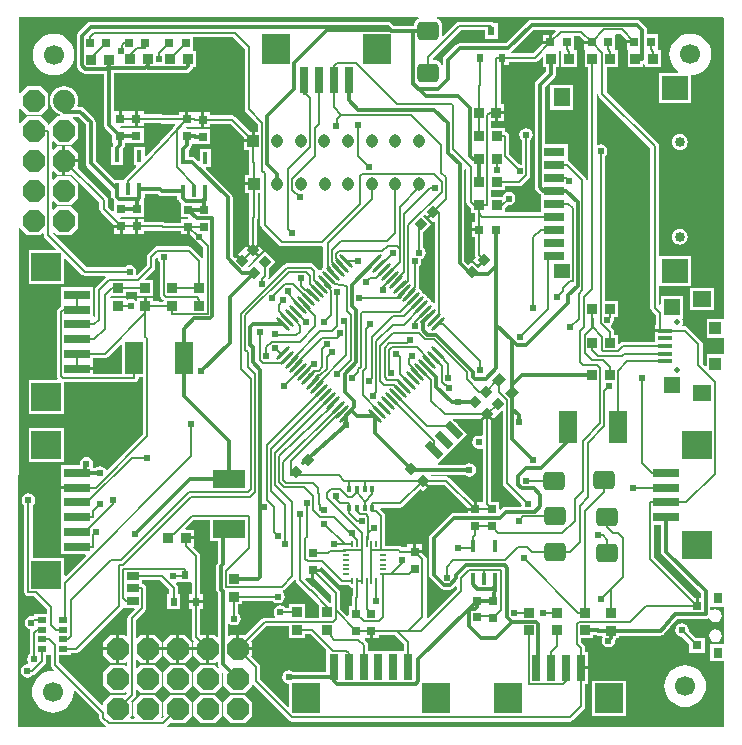
<source format=gtl>
G04*
G04 #@! TF.GenerationSoftware,Altium Limited,Altium Designer,20.2.6 (244)*
G04*
G04 Layer_Physical_Order=1*
G04 Layer_Color=255*
%FSLAX24Y24*%
%MOIN*%
G70*
G04*
G04 #@! TF.SameCoordinates,51859F98-D9B2-4489-9200-0AB67A10A6FC*
G04*
G04*
G04 #@! TF.FilePolarity,Positive*
G04*
G01*
G75*
%ADD15C,0.0080*%
G04:AMPARAMS|DCode=19|XSize=74.8mil|YSize=63mil|CornerRadius=15.7mil|HoleSize=0mil|Usage=FLASHONLY|Rotation=0.000|XOffset=0mil|YOffset=0mil|HoleType=Round|Shape=RoundedRectangle|*
%AMROUNDEDRECTD19*
21,1,0.0748,0.0315,0,0,0.0*
21,1,0.0433,0.0630,0,0,0.0*
1,1,0.0315,0.0217,-0.0157*
1,1,0.0315,-0.0217,-0.0157*
1,1,0.0315,-0.0217,0.0157*
1,1,0.0315,0.0217,0.0157*
%
%ADD19ROUNDEDRECTD19*%
%ADD20R,0.0866X0.0315*%
%ADD21R,0.0984X0.0925*%
%ADD22R,0.0236X0.0315*%
%ADD23R,0.0318X0.0340*%
%ADD24R,0.0630X0.1100*%
%ADD25R,0.0300X0.0300*%
%ADD26R,0.0315X0.0866*%
%ADD27R,0.0925X0.0984*%
G04:AMPARAMS|DCode=28|XSize=23.6mil|YSize=63mil|CornerRadius=0mil|HoleSize=0mil|Usage=FLASHONLY|Rotation=45.000|XOffset=0mil|YOffset=0mil|HoleType=Round|Shape=Rectangle|*
%AMROTATEDRECTD28*
4,1,4,0.0139,-0.0306,-0.0306,0.0139,-0.0139,0.0306,0.0306,-0.0139,0.0139,-0.0306,0.0*
%
%ADD28ROTATEDRECTD28*%

%ADD29R,0.0340X0.0318*%
G04:AMPARAMS|DCode=30|XSize=31.8mil|YSize=34mil|CornerRadius=0mil|HoleSize=0mil|Usage=FLASHONLY|Rotation=315.000|XOffset=0mil|YOffset=0mil|HoleType=Round|Shape=Rectangle|*
%AMROTATEDRECTD30*
4,1,4,-0.0233,-0.0008,0.0008,0.0233,0.0233,0.0008,-0.0008,-0.0233,-0.0233,-0.0008,0.0*
%
%ADD30ROTATEDRECTD30*%

%ADD31P,0.0424X4X180.0*%
%ADD32R,0.0433X0.0276*%
%ADD33R,0.1100X0.0630*%
%ADD34R,0.0300X0.0300*%
%ADD35R,0.0177X0.0394*%
%ADD36P,0.0424X4X270.0*%
%ADD37R,0.0709X0.0276*%
%ADD38R,0.0551X0.0472*%
%ADD39R,0.0866X0.0800*%
%ADD40R,0.0551X0.0630*%
%ADD41R,0.0315X0.0315*%
%ADD42R,0.0315X0.0354*%
%ADD43R,0.0394X0.0433*%
%ADD44R,0.0591X0.0531*%
%ADD45R,0.0551X0.0551*%
%ADD46R,0.0472X0.0157*%
%ADD47O,0.0240X0.0080*%
%ADD48O,0.0080X0.0240*%
%ADD49R,0.0138X0.0197*%
G04:AMPARAMS|DCode=50|XSize=9.8mil|YSize=61mil|CornerRadius=0mil|HoleSize=0mil|Usage=FLASHONLY|Rotation=225.000|XOffset=0mil|YOffset=0mil|HoleType=Round|Shape=Round|*
%AMOVALD50*
21,1,0.0512,0.0098,0.0000,0.0000,315.0*
1,1,0.0098,-0.0181,0.0181*
1,1,0.0098,0.0181,-0.0181*
%
%ADD50OVALD50*%

G04:AMPARAMS|DCode=51|XSize=9.8mil|YSize=61mil|CornerRadius=0mil|HoleSize=0mil|Usage=FLASHONLY|Rotation=135.000|XOffset=0mil|YOffset=0mil|HoleType=Round|Shape=Round|*
%AMOVALD51*
21,1,0.0512,0.0098,0.0000,0.0000,225.0*
1,1,0.0098,0.0181,0.0181*
1,1,0.0098,-0.0181,-0.0181*
%
%ADD51OVALD51*%

%ADD52R,0.0315X0.0197*%
%ADD95C,0.0197*%
%ADD96C,0.0240*%
%ADD97C,0.0120*%
%ADD98O,0.0400X0.0450*%
%ADD99R,0.0400X0.0400*%
%ADD100C,0.0740*%
%ADD101P,0.0801X8X292.5*%
%ADD102P,0.0801X8X202.5*%
%ADD103C,0.0335*%
%ADD104C,0.0669*%
G36*
X31766Y37850D02*
X31724Y37832D01*
X31670Y37791D01*
X31629Y37737D01*
X31603Y37675D01*
X31595Y37613D01*
X30928D01*
X30845Y37695D01*
X30792Y37731D01*
X30730Y37743D01*
X20840D01*
X20778Y37731D01*
X20725Y37695D01*
X20415Y37385D01*
X20379Y37332D01*
X20367Y37270D01*
Y36290D01*
X20379Y36228D01*
X20415Y36175D01*
X20525Y36065D01*
X20578Y36029D01*
X20640Y36017D01*
X21277D01*
Y34320D01*
X21289Y34258D01*
X21325Y34205D01*
X21560Y33969D01*
Y33700D01*
X21565D01*
X21586Y33650D01*
X21561Y33612D01*
X21551Y33559D01*
X21523D01*
Y32966D01*
X21901D01*
Y33508D01*
X21925Y33533D01*
X21961Y33586D01*
X21973Y33648D01*
Y33700D01*
X22060D01*
Y33700D01*
X22100D01*
Y33700D01*
X22600D01*
Y34200D01*
X22100D01*
Y34200D01*
X22060D01*
Y34200D01*
X21818D01*
X21807Y34215D01*
X21832Y34265D01*
X22061D01*
Y34265D01*
X22101D01*
Y34265D01*
X22301D01*
Y34515D01*
Y34765D01*
X22101D01*
Y34765D01*
X22061D01*
Y34765D01*
X21861D01*
Y34515D01*
X21761D01*
Y34765D01*
X21603D01*
Y36027D01*
X22640D01*
X22702Y36039D01*
X22708Y36043D01*
X22740Y36037D01*
X24000D01*
X24062Y36049D01*
X24115Y36085D01*
X24198Y36168D01*
X24234Y36221D01*
X24236Y36230D01*
X24342D01*
Y36770D01*
X24283D01*
X24245Y36799D01*
Y37239D01*
X25569D01*
X25967Y36841D01*
Y34830D01*
X25967Y34830D01*
X25978Y34776D01*
X26009Y34729D01*
X26418Y34321D01*
Y34080D01*
X26310D01*
Y33780D01*
X26260D01*
Y33730D01*
X25960D01*
Y33480D01*
X26118D01*
Y33055D01*
X26118Y33055D01*
X26123Y33029D01*
Y32640D01*
X25966D01*
Y32390D01*
X26266D01*
Y32290D01*
X25966D01*
Y32040D01*
X26123D01*
Y31295D01*
X26109Y31275D01*
X26098Y31220D01*
X26098Y31220D01*
Y30353D01*
X26241Y30211D01*
X26384Y30353D01*
Y31169D01*
X26397Y31190D01*
X26408Y31245D01*
X26408Y31245D01*
Y32040D01*
X26487D01*
Y30980D01*
X26487Y30980D01*
X26498Y30925D01*
X26529Y30879D01*
X27099Y30309D01*
X27099Y30309D01*
X27145Y30278D01*
X27200Y30267D01*
X27200Y30267D01*
X28540D01*
X28540Y30267D01*
X28549Y30269D01*
X28587Y30237D01*
Y29600D01*
X28587Y29600D01*
X28592Y29577D01*
X28559Y29522D01*
X28547Y29520D01*
X28498Y29487D01*
X28480Y29460D01*
X28427Y29470D01*
X28422Y29495D01*
X28391Y29541D01*
X28391Y29541D01*
X28281Y29651D01*
X28235Y29682D01*
X28180Y29693D01*
X28180Y29693D01*
X27381D01*
X27381Y29693D01*
X27327Y29682D01*
X27280Y29651D01*
X27280Y29651D01*
X26786Y29157D01*
X26748Y29189D01*
X26772Y29225D01*
X26783Y29280D01*
Y29529D01*
X26994Y29740D01*
X26640Y30094D01*
X26286Y29740D01*
X26290Y29734D01*
X26119Y29563D01*
X26101Y29565D01*
X26083Y29619D01*
X26244Y29780D01*
X26241Y29786D01*
X26382Y29928D01*
X26206Y30105D01*
X26029Y30281D01*
X25887Y30140D01*
X25891Y30134D01*
X25750Y29992D01*
X25926Y29815D01*
X25856Y29745D01*
X25679Y29921D01*
X25624Y29867D01*
X25563Y29928D01*
Y31890D01*
X25551Y31952D01*
X25515Y32005D01*
X24671Y32849D01*
X24691Y32896D01*
X24843D01*
Y33489D01*
X24465D01*
Y33121D01*
X24419Y33101D01*
X24325Y33195D01*
X24272Y33231D01*
X24210Y33243D01*
X24095D01*
Y33448D01*
X24155Y33508D01*
X24190Y33561D01*
X24202Y33623D01*
Y33675D01*
X24289D01*
Y33675D01*
X24320Y33670D01*
X24320Y33670D01*
X24337Y33670D01*
X24820D01*
Y34170D01*
X24320D01*
Y34170D01*
X24289Y34175D01*
X24289Y34175D01*
X24272Y34175D01*
X24045D01*
X24019Y34225D01*
X24029Y34240D01*
X24290D01*
Y34240D01*
X24321Y34235D01*
X24321Y34235D01*
X24338Y34235D01*
X24521D01*
Y34485D01*
Y34735D01*
X24321D01*
Y34735D01*
X24290Y34740D01*
X24290Y34740D01*
X24273Y34740D01*
X24090D01*
Y34490D01*
X23990D01*
Y34740D01*
X23790D01*
Y34633D01*
X23256D01*
X23235Y34647D01*
X23180Y34658D01*
X23180Y34658D01*
X22601D01*
Y34765D01*
X22401D01*
Y34515D01*
Y34265D01*
X22601D01*
Y34372D01*
X23129D01*
X23150Y34358D01*
X23205Y34347D01*
X23630D01*
X23649Y34301D01*
X23609Y34261D01*
X23578Y34215D01*
X23576Y34204D01*
X22695Y33265D01*
X22649Y33284D01*
Y33559D01*
X22271D01*
Y32966D01*
X22338D01*
X22357Y32919D01*
X21985Y32547D01*
X21954Y32501D01*
X21945Y32457D01*
X21646D01*
X21003Y33100D01*
Y34390D01*
X20991Y34452D01*
X20955Y34505D01*
X20595Y34865D01*
X20542Y34901D01*
X20480Y34913D01*
X20408D01*
X20380Y34955D01*
X20398Y34997D01*
X20414Y35120D01*
X20398Y35243D01*
X20351Y35357D01*
X20275Y35455D01*
X20177Y35531D01*
X20063Y35578D01*
X19940Y35594D01*
X19817Y35578D01*
X19703Y35531D01*
X19605Y35455D01*
X19529Y35357D01*
X19482Y35243D01*
X19466Y35120D01*
X19482Y34997D01*
X19529Y34883D01*
X19605Y34785D01*
X19703Y34709D01*
X19802Y34668D01*
X19821Y34640D01*
X19815Y34616D01*
X19801Y34590D01*
X19705D01*
X19470Y34355D01*
Y34344D01*
X19420Y34313D01*
X19410Y34317D01*
Y34355D01*
X19175Y34590D01*
X18705D01*
X18484Y34369D01*
X18434Y34389D01*
X18435Y34849D01*
X18485Y34870D01*
X18705Y34650D01*
X19175D01*
X19410Y34885D01*
Y35355D01*
X19175Y35590D01*
X18705D01*
X18486Y35371D01*
X18436Y35391D01*
X18440Y37900D01*
X31756D01*
X31766Y37850D01*
D02*
G37*
G36*
X36329Y37441D02*
X36200Y37312D01*
Y37060D01*
X36150D01*
Y37010D01*
X35898D01*
X35578Y36690D01*
X34868D01*
X34853Y36740D01*
X34875Y36755D01*
X35608Y37487D01*
X36310D01*
X36329Y37441D01*
D02*
G37*
G36*
X35921Y36564D02*
Y36250D01*
X36017D01*
Y36088D01*
X35685Y35755D01*
X35649Y35702D01*
X35637Y35640D01*
Y32240D01*
X35649Y32177D01*
X35685Y32124D01*
X35805Y32004D01*
X35829Y31988D01*
Y31396D01*
X34629D01*
Y31514D01*
X34651Y31529D01*
X34751Y31629D01*
X34770Y31626D01*
X34856Y31643D01*
X34929Y31691D01*
X34977Y31764D01*
X34994Y31850D01*
X34977Y31936D01*
X34929Y32009D01*
X34856Y32057D01*
X34770Y32074D01*
X34684Y32057D01*
X34611Y32009D01*
X34563Y31936D01*
X34558Y31911D01*
X34193D01*
Y32141D01*
X34629D01*
Y32268D01*
X35121D01*
X35121Y32268D01*
X35175Y32279D01*
X35222Y32310D01*
X35451Y32539D01*
X35451Y32539D01*
X35482Y32585D01*
X35493Y32640D01*
Y33811D01*
X35509Y33821D01*
X35557Y33894D01*
X35574Y33980D01*
X35557Y34066D01*
X35509Y34139D01*
X35436Y34187D01*
X35350Y34204D01*
X35264Y34187D01*
X35191Y34139D01*
X35143Y34066D01*
X35126Y33980D01*
X35143Y33894D01*
X35191Y33821D01*
X35207Y33811D01*
Y33018D01*
X35169Y32987D01*
X35130Y32994D01*
X35111Y32991D01*
X34773Y33329D01*
Y33950D01*
X34762Y34005D01*
X34731Y34051D01*
X34685Y34082D01*
X34639Y34091D01*
Y34220D01*
X34193D01*
Y34450D01*
X34310D01*
Y34720D01*
X34360D01*
Y34770D01*
X34619D01*
Y34990D01*
X34503D01*
Y36290D01*
X34504D01*
Y36547D01*
X34604D01*
Y36290D01*
X34772D01*
Y36404D01*
X35637D01*
X35637Y36404D01*
X35692Y36415D01*
X35738Y36446D01*
X35875Y36583D01*
X35921Y36564D01*
D02*
G37*
G36*
X41960Y37870D02*
Y27896D01*
X41957Y27848D01*
X41910Y27848D01*
X41363D01*
Y27215D01*
X41957Y27215D01*
X41960Y27166D01*
Y26715D01*
X41957Y26667D01*
X41363D01*
Y26284D01*
X41317Y26265D01*
X41233Y26349D01*
Y27002D01*
X41233Y27002D01*
X41222Y27057D01*
X41191Y27103D01*
X41191Y27103D01*
X40741Y27553D01*
X40695Y27584D01*
X40640Y27595D01*
X40640Y27595D01*
X40578D01*
X40555Y27639D01*
X40564Y27653D01*
X40579Y27731D01*
X40564Y27808D01*
X40556Y27821D01*
X40579Y27864D01*
X40579D01*
Y28615D01*
X39828D01*
Y28344D01*
X39778Y28318D01*
X39773Y28321D01*
Y28894D01*
X39776Y28943D01*
X39823Y28943D01*
X40843D01*
Y29943D01*
X39823D01*
X39776Y29943D01*
X39773Y29991D01*
Y33610D01*
X39773Y33610D01*
X39762Y33665D01*
X39731Y33711D01*
X39731Y33711D01*
X38033Y35409D01*
Y36250D01*
X38409D01*
Y36790D01*
X38363D01*
X38325Y36819D01*
Y37319D01*
X38363Y37347D01*
X38481D01*
X38698Y37130D01*
X38950D01*
Y37030D01*
X38700D01*
Y36830D01*
X38707D01*
X38731Y36790D01*
Y36250D01*
X39249D01*
Y36327D01*
X39274Y36342D01*
X39324Y36313D01*
Y36250D01*
X39842D01*
Y36790D01*
X39771D01*
X39745Y36829D01*
Y37329D01*
X39383D01*
Y37470D01*
X39371Y37532D01*
X39335Y37585D01*
X39155Y37765D01*
X39102Y37801D01*
X39040Y37813D01*
X35540D01*
X35478Y37801D01*
X35425Y37765D01*
X34692Y37033D01*
X33130D01*
X33068Y37021D01*
X33015Y36985D01*
X32625Y36595D01*
X32589Y36542D01*
X32577Y36480D01*
Y36310D01*
X32527Y36300D01*
X32511Y36337D01*
X32470Y36391D01*
X32416Y36432D01*
X32354Y36458D01*
X32287Y36467D01*
X32250D01*
X32229Y36517D01*
X33179Y37467D01*
X33962D01*
Y37183D01*
X34398D01*
Y37697D01*
X34290D01*
X34281Y37711D01*
X34235Y37742D01*
X34180Y37753D01*
X33120D01*
X33065Y37742D01*
X33019Y37711D01*
X33019Y37711D01*
X32593Y37285D01*
X32546Y37309D01*
Y37607D01*
X32537Y37675D01*
X32511Y37737D01*
X32470Y37791D01*
X32416Y37832D01*
X32374Y37850D01*
X32384Y37900D01*
X41922D01*
X41960Y37870D01*
D02*
G37*
G36*
X37278Y37120D02*
X37530D01*
Y37020D01*
X37280D01*
Y36820D01*
X37280D01*
X37298Y36790D01*
Y36250D01*
X37414D01*
Y32490D01*
X37364Y32486D01*
X37357Y32519D01*
X37327Y32565D01*
X37327Y32565D01*
X36805Y33087D01*
X36759Y33118D01*
X36737Y33122D01*
Y33657D01*
X35963D01*
Y35572D01*
X36295Y35905D01*
X36331Y35958D01*
X36343Y36020D01*
Y36250D01*
X36439D01*
Y36762D01*
X36441Y36775D01*
X36472Y36791D01*
X36514Y36767D01*
Y36250D01*
X37032D01*
Y36790D01*
X36987D01*
X36945Y36809D01*
Y37267D01*
X37131D01*
X37278Y37120D01*
D02*
G37*
G36*
X20677Y34322D02*
Y33032D01*
X20689Y32970D01*
X20725Y32917D01*
X21523Y32118D01*
Y31863D01*
X21560D01*
X21561Y31858D01*
X21597Y31805D01*
X21615Y31786D01*
X21600Y31750D01*
X21600D01*
Y31452D01*
X21554Y31432D01*
X21413Y31573D01*
Y31790D01*
X21413Y31790D01*
X21402Y31845D01*
X21371Y31891D01*
X20393Y32868D01*
X20410Y32885D01*
Y33070D01*
X19990D01*
Y32650D01*
X20175D01*
X20192Y32667D01*
X21127Y31731D01*
Y31514D01*
X21127Y31514D01*
X21138Y31460D01*
X21169Y31413D01*
X21597Y30985D01*
X21849D01*
Y30935D01*
X21899D01*
Y30685D01*
X22099D01*
X22119Y30675D01*
Y30675D01*
X22319D01*
Y30925D01*
Y31175D01*
X22119D01*
X22099Y31185D01*
Y31185D01*
X21829D01*
X21818Y31200D01*
X21843Y31250D01*
X22100D01*
X22120Y31240D01*
Y31240D01*
X22620D01*
Y31740D01*
X22620D01*
X22599Y31790D01*
X22611Y31808D01*
X22622Y31863D01*
X22649D01*
Y31997D01*
X23072D01*
X23095Y31975D01*
X23148Y31939D01*
X23210Y31927D01*
X23717D01*
Y31793D01*
X23761D01*
X23791Y31749D01*
X23841Y31699D01*
Y31225D01*
X24082D01*
X24093Y31210D01*
X24068Y31160D01*
X23840D01*
Y31053D01*
X23281D01*
X23275Y31057D01*
X23220Y31068D01*
X23220Y31068D01*
X22619D01*
Y31175D01*
X22419D01*
Y30925D01*
Y30675D01*
X22619D01*
Y30782D01*
X23174D01*
X23180Y30778D01*
X23235Y30767D01*
X23235Y30767D01*
X23840D01*
Y30660D01*
X24040D01*
Y30910D01*
X24140D01*
Y30658D01*
X24339Y30459D01*
X24339Y30459D01*
X24587Y30211D01*
Y29905D01*
X24537Y29885D01*
X24201Y30221D01*
X24155Y30252D01*
X24100Y30263D01*
X24100Y30263D01*
X23040D01*
X23040Y30263D01*
X22985Y30252D01*
X22939Y30221D01*
X22939Y30221D01*
X22739Y30021D01*
X22708Y29975D01*
X22697Y29920D01*
X22697Y29920D01*
Y29632D01*
X22381Y29315D01*
X22372Y29319D01*
X22339Y29344D01*
X22354Y29420D01*
X22337Y29506D01*
X22289Y29579D01*
X22216Y29627D01*
X22130Y29644D01*
X22044Y29627D01*
X21971Y29579D01*
X21961Y29563D01*
X20689D01*
X19561Y30691D01*
X19565Y30720D01*
X19617Y30738D01*
X19705Y30650D01*
X20175D01*
X20410Y30885D01*
Y31355D01*
X20175Y31590D01*
X19705D01*
X19599Y31484D01*
X19553Y31503D01*
Y31737D01*
X19599Y31756D01*
X19705Y31650D01*
X20175D01*
X20410Y31885D01*
Y32355D01*
X20175Y32590D01*
X19705D01*
X19599Y32484D01*
X19553Y32503D01*
Y32737D01*
X19599Y32756D01*
X19705Y32650D01*
X19890D01*
Y33120D01*
Y33590D01*
X19705D01*
X19599Y33484D01*
X19553Y33503D01*
Y33737D01*
X19599Y33756D01*
X19705Y33650D01*
X20175D01*
X20410Y33885D01*
Y34355D01*
X20224Y34541D01*
X20243Y34587D01*
X20412D01*
X20677Y34322D01*
D02*
G37*
G36*
X32275Y31365D02*
X32099Y31188D01*
X32240Y31046D01*
X32271Y31078D01*
X32317Y31058D01*
Y28401D01*
X32299Y28389D01*
X32267Y28379D01*
X32227Y28406D01*
X32179Y28416D01*
X32170Y28463D01*
X32137Y28512D01*
X32087Y28545D01*
X32040Y28555D01*
X32031Y28602D01*
X31998Y28652D01*
X31948Y28685D01*
X31901Y28694D01*
X31891Y28741D01*
X31858Y28791D01*
X31809Y28824D01*
X31805Y28825D01*
X31798Y28831D01*
X31772Y28882D01*
X31779Y28914D01*
X31779Y28914D01*
Y29591D01*
X31795Y29601D01*
X31843Y29674D01*
X31860Y29760D01*
X31845Y29839D01*
X31866Y29843D01*
X31939Y29891D01*
X31987Y29964D01*
X32004Y30050D01*
X31987Y30136D01*
X31939Y30209D01*
X31923Y30219D01*
Y30730D01*
X32194Y31001D01*
X31923Y31271D01*
X31969Y31317D01*
X32028Y31259D01*
X32205Y31435D01*
X32275Y31365D01*
D02*
G37*
G36*
X33357Y32822D02*
Y31741D01*
X33357Y31741D01*
X33368Y31686D01*
X33399Y31640D01*
X33499Y31540D01*
X33499Y31540D01*
X33518Y31527D01*
Y31371D01*
X33587D01*
X33634Y31370D01*
X33634Y31370D01*
Y31228D01*
X33634Y31227D01*
X33634Y31225D01*
X33637Y31106D01*
X33602Y31071D01*
X33535D01*
Y30871D01*
X33785D01*
Y30771D01*
X33535D01*
Y30571D01*
X33642D01*
Y29975D01*
X33642Y29975D01*
X33653Y29920D01*
X33675Y29888D01*
X33576Y29790D01*
X33718Y29649D01*
X33895Y29825D01*
X33965Y29755D01*
X33785Y29574D01*
X33769Y29526D01*
X33751Y29524D01*
X33530Y29744D01*
X33423Y29638D01*
X33293Y29768D01*
Y32807D01*
X33343Y32832D01*
X33357Y32822D01*
D02*
G37*
G36*
X23064Y29857D02*
X23073Y29814D01*
X23121Y29741D01*
X23137Y29731D01*
Y28650D01*
X23137Y28650D01*
X23148Y28595D01*
X23179Y28549D01*
X23259Y28469D01*
X23259Y28469D01*
X23269Y28463D01*
X23253Y28413D01*
X23150D01*
X23100Y28423D01*
X23100Y28423D01*
X22927D01*
Y28539D01*
X22707D01*
Y28280D01*
X22607D01*
Y28539D01*
X22387D01*
Y28456D01*
X22343Y28441D01*
X22337Y28440D01*
X22265Y28488D01*
X22179Y28505D01*
X22093Y28488D01*
X22070Y28472D01*
X22026Y28496D01*
Y28539D01*
X21485D01*
Y28539D01*
X21474Y28544D01*
X21470Y28569D01*
X21472Y28574D01*
X21511Y28615D01*
X22026D01*
Y28731D01*
X22387D01*
Y28614D01*
X22927D01*
Y29132D01*
X22666D01*
X22647Y29178D01*
X22941Y29472D01*
X22972Y29518D01*
X22983Y29573D01*
X22983Y29573D01*
Y29846D01*
X23015Y29873D01*
X23064Y29857D01*
D02*
G37*
G36*
X18705Y30650D02*
X19175D01*
X19221Y30696D01*
X19267Y30677D01*
Y30640D01*
X19267Y30640D01*
X19278Y30585D01*
X19309Y30539D01*
X19662Y30186D01*
X19643Y30140D01*
X18766D01*
Y29015D01*
X19950D01*
Y29832D01*
X19997Y29852D01*
X20529Y29319D01*
X20529Y29319D01*
X20575Y29288D01*
X20630Y29277D01*
X20630Y29277D01*
X21315D01*
X21328Y29253D01*
X21333Y29227D01*
X21019Y28914D01*
X20988Y28867D01*
X20977Y28813D01*
X20977Y28813D01*
Y27907D01*
X20965Y27898D01*
X20915Y27924D01*
Y28383D01*
Y28898D01*
X19849D01*
Y28269D01*
X19819Y28249D01*
X19819Y28249D01*
X19739Y28169D01*
X19708Y28123D01*
X19697Y28068D01*
X19697Y28068D01*
Y25950D01*
X19697Y25950D01*
X19708Y25895D01*
X19735Y25855D01*
X19723Y25809D01*
X19721Y25805D01*
X18766D01*
Y24680D01*
X19950D01*
Y25727D01*
X22290D01*
X22345Y25738D01*
X22391Y25769D01*
X22422Y25815D01*
X22433Y25870D01*
Y25890D01*
X22567D01*
Y23987D01*
X21392Y22812D01*
X21331Y22822D01*
X21299Y22869D01*
X21226Y22918D01*
X21140Y22935D01*
X21055Y22918D01*
X20989Y22873D01*
X20915D01*
Y22968D01*
X20915D01*
X20906Y22979D01*
X20914Y23020D01*
X20897Y23106D01*
X20849Y23179D01*
X20776Y23227D01*
X20690Y23244D01*
X20604Y23227D01*
X20531Y23179D01*
X20483Y23106D01*
X20466Y23020D01*
X20468Y23006D01*
X20437Y22968D01*
X19849D01*
Y22453D01*
Y22268D01*
X20382D01*
Y22168D01*
X19849D01*
Y21961D01*
Y21469D01*
Y20976D01*
Y20484D01*
Y19992D01*
X20655D01*
X20674Y19946D01*
X19997Y19268D01*
X19950Y19288D01*
Y19875D01*
X18903D01*
Y21631D01*
X18919Y21641D01*
X18967Y21714D01*
X18984Y21800D01*
X18967Y21886D01*
X18919Y21959D01*
X18846Y22007D01*
X18760Y22024D01*
X18674Y22007D01*
X18601Y21959D01*
X18553Y21886D01*
X18536Y21800D01*
X18553Y21714D01*
X18601Y21641D01*
X18617Y21631D01*
Y18750D01*
X18628Y18695D01*
X18659Y18649D01*
X18705Y18618D01*
X18760Y18607D01*
X18941D01*
X19367Y18181D01*
Y17991D01*
X18948D01*
Y17980D01*
X18943Y17965D01*
X18898Y17937D01*
X18860Y17944D01*
X18774Y17927D01*
X18701Y17879D01*
X18653Y17806D01*
X18636Y17720D01*
X18653Y17634D01*
X18701Y17561D01*
X18774Y17513D01*
X18800Y17508D01*
X18822Y17452D01*
X18808Y17432D01*
X18797Y17378D01*
X18797Y17377D01*
Y16669D01*
X18781Y16659D01*
X18733Y16586D01*
X18716Y16500D01*
X18733Y16414D01*
X18757Y16378D01*
X18727Y16333D01*
X18720Y16334D01*
X18634Y16317D01*
X18561Y16269D01*
X18513Y16196D01*
X18496Y16110D01*
X18513Y16024D01*
X18561Y15951D01*
X18634Y15903D01*
X18720Y15886D01*
X18806Y15903D01*
X18879Y15951D01*
X18891Y15969D01*
X18935Y15978D01*
X18981Y16009D01*
X19311Y16339D01*
X19311Y16339D01*
X19342Y16385D01*
X19353Y16440D01*
Y16649D01*
X19463D01*
Y16649D01*
X19507Y16635D01*
Y16320D01*
X19507Y16320D01*
X19518Y16265D01*
X19549Y16219D01*
X19616Y16152D01*
X19595Y16107D01*
X19575Y16109D01*
X19440Y16096D01*
X19309Y16056D01*
X19189Y15992D01*
X19084Y15906D01*
X18998Y15801D01*
X18934Y15681D01*
X18894Y15550D01*
X18881Y15415D01*
X18894Y15280D01*
X18934Y15149D01*
X18998Y15029D01*
X19084Y14924D01*
X19189Y14838D01*
X19309Y14774D01*
X19440Y14734D01*
X19575Y14721D01*
X19710Y14734D01*
X19841Y14774D01*
X19961Y14838D01*
X20066Y14924D01*
X20152Y15029D01*
X20216Y15149D01*
X20256Y15280D01*
X20269Y15415D01*
X20267Y15435D01*
X20312Y15456D01*
X21117Y14651D01*
Y14550D01*
X21117Y14550D01*
X21128Y14495D01*
X21159Y14449D01*
X21328Y14280D01*
X21315Y14237D01*
X21310Y14230D01*
X18442D01*
X18400Y14272D01*
X18428Y30865D01*
X18478Y30877D01*
X18705Y30650D01*
D02*
G37*
G36*
X37758Y35295D02*
X37789Y35249D01*
X39487Y33551D01*
Y28220D01*
X39487Y28220D01*
X39498Y28165D01*
X39529Y28119D01*
X39677Y27971D01*
Y27631D01*
X39631D01*
Y27502D01*
X39967D01*
Y27402D01*
X39631D01*
Y27274D01*
Y27083D01*
X38591D01*
X38591Y27083D01*
X38536Y27072D01*
X38490Y27041D01*
X38490Y27041D01*
X38455Y27007D01*
X38409Y27026D01*
Y27300D01*
X38293D01*
Y27396D01*
X38282Y27450D01*
X38251Y27497D01*
X38251Y27497D01*
X38169Y27578D01*
X38174Y27628D01*
X38209Y27651D01*
X38257Y27724D01*
X38274Y27810D01*
X38269Y27839D01*
X38275Y27848D01*
X38285Y27900D01*
X38402D01*
Y28440D01*
X37973D01*
Y33271D01*
X37989Y33281D01*
X38037Y33354D01*
X38054Y33440D01*
X38037Y33526D01*
X37989Y33599D01*
X37916Y33647D01*
X37830Y33664D01*
X37750Y33648D01*
X37734Y33652D01*
X37700Y33671D01*
Y35333D01*
X37750Y35338D01*
X37758Y35295D01*
D02*
G37*
G36*
X21875Y26980D02*
Y26013D01*
X20915D01*
Y26130D01*
X20382D01*
Y26230D01*
X20915D01*
Y26529D01*
X21300D01*
X21300Y26529D01*
X21355Y26540D01*
X21401Y26571D01*
X21829Y26999D01*
X21875Y26980D01*
D02*
G37*
G36*
X34577Y24768D02*
Y22370D01*
X34577Y22370D01*
X34588Y22315D01*
X34619Y22269D01*
X35189Y21699D01*
X35186Y21680D01*
X35195Y21633D01*
X35155Y21583D01*
X34670D01*
X34608Y21571D01*
X34555Y21535D01*
X34497Y21478D01*
X34451Y21497D01*
Y21745D01*
X34183D01*
Y24447D01*
X34040Y24589D01*
X33897Y24447D01*
Y23965D01*
X33847Y23939D01*
X33770Y23954D01*
X33684Y23937D01*
X33611Y23889D01*
X33563Y23816D01*
X33546Y23730D01*
X33563Y23644D01*
X33611Y23571D01*
X33684Y23523D01*
X33770Y23506D01*
X33847Y23521D01*
X33897Y23495D01*
Y21740D01*
X33701D01*
Y21490D01*
X33651D01*
Y21440D01*
X33401D01*
Y21383D01*
X32960D01*
X32898Y21371D01*
X32845Y21335D01*
X32154Y20644D01*
X32118Y20592D01*
X32106Y20529D01*
Y19321D01*
X32118Y19259D01*
X32154Y19206D01*
X32495Y18865D01*
X32548Y18829D01*
X32611Y18817D01*
X32809D01*
X32872Y18829D01*
X32925Y18865D01*
X32991Y18931D01*
X33037Y18912D01*
Y18840D01*
X32075Y17878D01*
X32029Y17902D01*
X32033Y17920D01*
Y19836D01*
X32022Y19890D01*
X31991Y19937D01*
X31991Y19937D01*
X31893Y20035D01*
X31641D01*
Y20085D01*
X31591D01*
Y20335D01*
X31391D01*
Y20228D01*
X31215D01*
X31173Y20256D01*
X31119Y20266D01*
X31119Y20266D01*
X30643D01*
Y21280D01*
X30632Y21335D01*
X30601Y21381D01*
X30601Y21381D01*
X30481Y21501D01*
X30500Y21547D01*
X31146D01*
X31146Y21547D01*
X31201Y21558D01*
X31247Y21589D01*
X31832Y22174D01*
X31908Y22098D01*
X32049Y22240D01*
X31873Y22417D01*
X31943Y22487D01*
X32121Y22309D01*
X32630D01*
X33399Y21540D01*
X33601D01*
Y21742D01*
X32790Y22553D01*
X32744Y22584D01*
X32689Y22595D01*
X32689Y22595D01*
X32165D01*
X32163Y22597D01*
X32190Y22647D01*
X33308D01*
X33374Y22603D01*
X33460Y22586D01*
X33546Y22603D01*
X33619Y22651D01*
X33667Y22724D01*
X33684Y22810D01*
X33667Y22896D01*
X33619Y22969D01*
X33546Y23017D01*
X33460Y23034D01*
X33374Y23017D01*
X33308Y22973D01*
X32417D01*
X32410Y23023D01*
X32714Y23327D01*
X32714D01*
X32739Y23352D01*
X33048Y23661D01*
X33048Y23661D01*
X33073Y23686D01*
X33083Y23696D01*
X33382Y23995D01*
X33069Y24307D01*
X33066Y24325D01*
X33035Y24371D01*
X32989Y24402D01*
X32971Y24405D01*
X32906Y24471D01*
X32925Y24517D01*
X33827D01*
X34005Y24695D01*
X34040Y24660D01*
X34075Y24695D01*
X34252Y24519D01*
X34372Y24638D01*
X34410Y24666D01*
X34410D01*
X34410Y24666D01*
X34531Y24788D01*
X34577Y24768D01*
D02*
G37*
G36*
X24810Y20435D02*
X25077D01*
Y19726D01*
X25065Y19714D01*
X25029Y19661D01*
X25017Y19599D01*
Y18821D01*
X25029Y18759D01*
X25065Y18706D01*
X25077Y18694D01*
Y17263D01*
X25031Y17244D01*
X24965Y17310D01*
X24780D01*
Y16840D01*
Y16370D01*
X24965D01*
X25031Y16436D01*
X25077Y16417D01*
Y16330D01*
X25089Y16268D01*
X25112Y16234D01*
X25073Y16202D01*
X24965Y16310D01*
X24495D01*
X24260Y16075D01*
Y15605D01*
X24495Y15370D01*
X24965D01*
X25200Y15605D01*
Y16026D01*
X25250Y16057D01*
X25260Y16052D01*
Y15605D01*
X25495Y15370D01*
X25965D01*
X26200Y15605D01*
Y15630D01*
X26207Y15635D01*
X26250Y15648D01*
X27439Y14459D01*
X27439Y14459D01*
X27485Y14428D01*
X27540Y14417D01*
X36800D01*
X36800Y14417D01*
X36855Y14428D01*
X36901Y14459D01*
X37269Y14827D01*
X37269Y14827D01*
X37300Y14874D01*
X37311Y14928D01*
Y15679D01*
X37426D01*
Y16162D01*
X37168D01*
Y16262D01*
X37426D01*
Y16745D01*
X37311D01*
Y16880D01*
X37311Y16880D01*
X37300Y16935D01*
X37269Y16981D01*
X37269Y16981D01*
X37183Y17067D01*
Y17201D01*
X37590D01*
Y17297D01*
X37710D01*
X37760Y17287D01*
X37877D01*
X37903Y17237D01*
X37883Y17206D01*
X37866Y17120D01*
X37883Y17034D01*
X37931Y16961D01*
X38004Y16913D01*
X38090Y16896D01*
X38176Y16913D01*
X38249Y16961D01*
X38297Y17034D01*
X38314Y17117D01*
X38341Y17158D01*
X38347Y17191D01*
X38460D01*
Y17287D01*
X39830D01*
X39836Y17288D01*
X39841Y17287D01*
X39867Y17294D01*
X39892Y17299D01*
X39897Y17302D01*
X39903Y17304D01*
X39923Y17320D01*
X39945Y17335D01*
X39949Y17339D01*
X39953Y17343D01*
X40374Y17827D01*
X41330D01*
X41392Y17839D01*
X41417Y17856D01*
X41455Y17866D01*
X41481Y17843D01*
X41510Y17800D01*
X41579Y17754D01*
X41660Y17738D01*
X41741Y17754D01*
X41810Y17800D01*
X41856Y17869D01*
X41872Y17950D01*
X41856Y18031D01*
X41810Y18100D01*
X41741Y18146D01*
X41660Y18162D01*
X41579Y18146D01*
X41543Y18122D01*
X41493Y18149D01*
Y18248D01*
X41960D01*
Y16991D01*
X41477D01*
Y16437D01*
X41960D01*
Y14230D01*
X23390D01*
X23385Y14237D01*
X23372Y14280D01*
X23478Y14387D01*
X23495Y14370D01*
X23965D01*
X24200Y14605D01*
Y15075D01*
X23965Y15310D01*
X23495D01*
X23260Y15075D01*
Y14605D01*
X23277Y14588D01*
X23219Y14531D01*
X23200Y14534D01*
X23182Y14587D01*
X23200Y14605D01*
Y15075D01*
X22965Y15310D01*
X22495D01*
X22260Y15075D01*
Y14605D01*
X22306Y14559D01*
X22287Y14513D01*
X22173D01*
X22154Y14559D01*
X22200Y14605D01*
Y15075D01*
X22183Y15092D01*
X22301Y15209D01*
X22301Y15209D01*
X22332Y15255D01*
X22343Y15310D01*
Y15457D01*
X22389Y15476D01*
X22495Y15370D01*
X22965D01*
X23200Y15605D01*
Y16075D01*
X22965Y16310D01*
X22495D01*
X22389Y16204D01*
X22343Y16223D01*
Y16457D01*
X22389Y16476D01*
X22495Y16370D01*
X22680D01*
Y16840D01*
Y17310D01*
X22495D01*
X22389Y17204D01*
X22343Y17223D01*
Y17801D01*
X22651Y18109D01*
X22651Y18109D01*
X22682Y18155D01*
X22693Y18210D01*
X22693Y18210D01*
Y18860D01*
X22682Y18915D01*
X22651Y18961D01*
X22605Y18992D01*
X22550Y19003D01*
X22547D01*
Y19127D01*
X23147D01*
X23453Y18821D01*
Y18677D01*
X23378D01*
Y18163D01*
X23814D01*
Y18677D01*
X23739D01*
Y18880D01*
X23728Y18935D01*
X23697Y18981D01*
X23697Y18981D01*
X23680Y18998D01*
X23693Y19053D01*
X23728Y19067D01*
X23752Y19055D01*
Y19055D01*
X24188D01*
X24201Y19011D01*
Y18677D01*
X24126D01*
Y18470D01*
X24344D01*
X24562D01*
Y18677D01*
X24487D01*
Y19930D01*
X24487Y19930D01*
X24476Y19985D01*
X24445Y20031D01*
X24445Y20031D01*
X24250Y20226D01*
X24269Y20270D01*
X24269D01*
Y20490D01*
X24010D01*
Y20590D01*
X24269D01*
Y20810D01*
X24007D01*
X23988Y20856D01*
X24254Y21122D01*
X24810D01*
Y20435D01*
D02*
G37*
G36*
X27665Y19134D02*
X27678Y19126D01*
X27688Y19075D01*
X27719Y19029D01*
X28059Y18689D01*
X28059Y18689D01*
X28089Y18669D01*
X28450Y18308D01*
Y17883D01*
X27990D01*
Y18332D01*
X27450D01*
Y18216D01*
X27329D01*
X27319Y18232D01*
X27246Y18280D01*
X27160Y18297D01*
X27074Y18280D01*
X27001Y18232D01*
X26953Y18159D01*
X26936Y18073D01*
X26953Y17987D01*
X26989Y17933D01*
X26966Y17883D01*
X26630D01*
X26630Y17883D01*
X26575Y17872D01*
X26529Y17841D01*
X26529Y17841D01*
X25982Y17293D01*
X25965Y17310D01*
X25780D01*
Y16890D01*
X26200D01*
Y17075D01*
X26183Y17092D01*
X26689Y17597D01*
X27450D01*
Y17221D01*
X27990D01*
Y17337D01*
X28161D01*
X28677Y16821D01*
X28692Y16775D01*
X28692D01*
X28692Y16775D01*
Y16063D01*
X27592D01*
X27526Y16107D01*
X27440Y16124D01*
X27354Y16107D01*
X27281Y16059D01*
X27233Y15986D01*
X27216Y15900D01*
X27233Y15814D01*
X27281Y15741D01*
X27354Y15693D01*
X27440Y15676D01*
X27450Y15667D01*
Y14917D01*
X27404Y14898D01*
X26483Y15819D01*
Y16230D01*
X26472Y16285D01*
X26441Y16331D01*
X26441Y16331D01*
X26183Y16588D01*
X26200Y16605D01*
Y16790D01*
X25730D01*
Y16840D01*
X25680D01*
Y17310D01*
X25495D01*
X25449Y17264D01*
X25403Y17283D01*
Y17677D01*
X25431Y17686D01*
X25453Y17690D01*
X25524Y17643D01*
X25610Y17626D01*
X25696Y17643D01*
X25769Y17691D01*
X25817Y17764D01*
X25834Y17850D01*
X25817Y17936D01*
X25769Y18009D01*
X25753Y18019D01*
Y18328D01*
X25880D01*
Y18444D01*
X26911D01*
X26921Y18428D01*
X26994Y18380D01*
X27080Y18363D01*
X27166Y18380D01*
X27239Y18428D01*
X27287Y18501D01*
X27304Y18587D01*
X27287Y18673D01*
X27245Y18735D01*
X27252Y18776D01*
X27260Y18792D01*
X27301Y18819D01*
X27627Y19145D01*
X27665Y19134D01*
D02*
G37*
G36*
X39847Y20080D02*
X39859Y20018D01*
X39895Y19965D01*
X41167Y18692D01*
Y18533D01*
X41100D01*
Y18275D01*
X41000D01*
Y18533D01*
X40994D01*
X39623Y19904D01*
Y20974D01*
X39847D01*
Y20080D01*
D02*
G37*
G36*
X29099Y18999D02*
X29145Y18968D01*
X29200Y18957D01*
X29200Y18957D01*
X29436D01*
X29455Y18929D01*
X29502Y18898D01*
X29556Y18887D01*
X29571Y18875D01*
Y18629D01*
X29548Y18595D01*
X29537Y18540D01*
X29537Y18540D01*
Y18260D01*
X29430D01*
Y17962D01*
X29384Y17942D01*
X29143Y18183D01*
Y18710D01*
X29132Y18765D01*
X29101Y18811D01*
X29101Y18811D01*
X28492Y19420D01*
X28290D01*
Y19218D01*
X28857Y18651D01*
Y18374D01*
X28807Y18355D01*
X28271Y18891D01*
X28241Y18911D01*
X27976Y19176D01*
X28003Y19220D01*
X28190D01*
Y19470D01*
X28240D01*
Y19520D01*
X28490D01*
Y19543D01*
X28536Y19562D01*
X29099Y18999D01*
D02*
G37*
G36*
X22304Y18166D02*
X22099Y17961D01*
X22068Y17915D01*
X22057Y17860D01*
X22057Y17860D01*
Y17283D01*
X22011Y17264D01*
X21965Y17310D01*
X21780D01*
Y16840D01*
Y16370D01*
X21965D01*
X22011Y16416D01*
X22057Y16397D01*
Y16283D01*
X22011Y16264D01*
X21965Y16310D01*
X21495D01*
X21260Y16075D01*
Y15605D01*
X21495Y15370D01*
X21965D01*
X21983Y15388D01*
X22036Y15370D01*
X22039Y15351D01*
X21982Y15293D01*
X21965Y15310D01*
X21495D01*
X21260Y15075D01*
Y14977D01*
X21214Y14958D01*
X19793Y16379D01*
Y16649D01*
X20172D01*
Y16705D01*
X20338D01*
X20338Y16705D01*
X20392Y16716D01*
X20439Y16747D01*
X21871Y18179D01*
X21871Y18179D01*
X21875Y18185D01*
X21913Y18212D01*
X22285D01*
X22304Y18166D01*
D02*
G37*
G36*
X30239Y17195D02*
X30439D01*
Y17302D01*
X30981D01*
X31268Y17016D01*
Y16775D01*
X30077D01*
Y16976D01*
X30077Y16976D01*
X30066Y17031D01*
X30035Y17077D01*
X30035Y17077D01*
X29967Y17145D01*
X29988Y17195D01*
X30139D01*
Y17445D01*
X30239D01*
Y17195D01*
D02*
G37*
%LPC*%
G36*
X19600Y37344D02*
X19465Y37331D01*
X19334Y37291D01*
X19214Y37227D01*
X19109Y37141D01*
X19023Y37036D01*
X18959Y36916D01*
X18919Y36785D01*
X18906Y36650D01*
X18919Y36515D01*
X18959Y36384D01*
X19023Y36264D01*
X19109Y36159D01*
X19214Y36073D01*
X19334Y36009D01*
X19465Y35969D01*
X19600Y35956D01*
X19735Y35969D01*
X19866Y36009D01*
X19986Y36073D01*
X20091Y36159D01*
X20177Y36264D01*
X20241Y36384D01*
X20281Y36515D01*
X20294Y36650D01*
X20281Y36785D01*
X20241Y36916D01*
X20177Y37036D01*
X20091Y37141D01*
X19986Y37227D01*
X19866Y37291D01*
X19735Y37331D01*
X19600Y37344D01*
D02*
G37*
G36*
X24821Y34735D02*
X24621D01*
Y34485D01*
Y34235D01*
X24821D01*
Y34342D01*
X25496D01*
X25960Y33878D01*
Y33830D01*
X26210D01*
Y34080D01*
X26162D01*
X25656Y34586D01*
X25610Y34617D01*
X25555Y34628D01*
X25555Y34628D01*
X24821D01*
Y34735D01*
D02*
G37*
G36*
X26453Y30281D02*
X26312Y30140D01*
X26453Y29999D01*
X26594Y30140D01*
X26453Y30281D01*
D02*
G37*
G36*
X36100Y37310D02*
X35900D01*
Y37110D01*
X36100D01*
Y37310D01*
D02*
G37*
G36*
X34619Y34670D02*
X34410D01*
Y34450D01*
X34619D01*
Y34670D01*
D02*
G37*
G36*
X40820Y37354D02*
X40685Y37341D01*
X40554Y37301D01*
X40434Y37237D01*
X40329Y37151D01*
X40243Y37046D01*
X40179Y36926D01*
X40139Y36795D01*
X40126Y36660D01*
X40139Y36525D01*
X40179Y36394D01*
X40243Y36274D01*
X40329Y36169D01*
X40420Y36095D01*
X40402Y36045D01*
X39776D01*
Y35045D01*
X40843D01*
Y35968D01*
X40955Y35979D01*
X41086Y36019D01*
X41206Y36083D01*
X41311Y36169D01*
X41397Y36274D01*
X41461Y36394D01*
X41501Y36525D01*
X41514Y36660D01*
X41501Y36795D01*
X41461Y36926D01*
X41397Y37046D01*
X41311Y37151D01*
X41206Y37237D01*
X41086Y37301D01*
X40955Y37341D01*
X40820Y37354D01*
D02*
G37*
G36*
X40467Y34004D02*
X40397Y33994D01*
X40332Y33967D01*
X40276Y33925D01*
X40233Y33869D01*
X40207Y33804D01*
X40197Y33734D01*
X40207Y33664D01*
X40233Y33599D01*
X40276Y33543D01*
X40332Y33500D01*
X40397Y33473D01*
X40467Y33464D01*
X40537Y33473D01*
X40602Y33500D01*
X40658Y33543D01*
X40701Y33599D01*
X40727Y33664D01*
X40737Y33734D01*
X40727Y33804D01*
X40701Y33869D01*
X40658Y33925D01*
X40602Y33967D01*
X40537Y33994D01*
X40467Y34004D01*
D02*
G37*
G36*
Y30854D02*
X40397Y30845D01*
X40332Y30818D01*
X40276Y30775D01*
X40233Y30719D01*
X40207Y30654D01*
X40197Y30584D01*
X40207Y30515D01*
X40233Y30450D01*
X40276Y30394D01*
X40332Y30351D01*
X40397Y30324D01*
X40467Y30315D01*
X40537Y30324D01*
X40602Y30351D01*
X40658Y30394D01*
X40701Y30450D01*
X40727Y30515D01*
X40737Y30584D01*
X40727Y30654D01*
X40701Y30719D01*
X40658Y30775D01*
X40602Y30818D01*
X40537Y30845D01*
X40467Y30854D01*
D02*
G37*
G36*
X41606Y28881D02*
X40816D01*
Y28150D01*
X41606D01*
Y28881D01*
D02*
G37*
G36*
X36906Y35645D02*
X36154D01*
Y34815D01*
X36906D01*
Y35645D01*
D02*
G37*
G36*
X20175Y33590D02*
X19990D01*
Y33170D01*
X20410D01*
Y33355D01*
X20175Y33590D01*
D02*
G37*
G36*
X21799Y30885D02*
X21599D01*
Y30685D01*
X21799D01*
Y30885D01*
D02*
G37*
G36*
X19950Y24210D02*
X18766D01*
Y23085D01*
X19950D01*
Y24210D01*
D02*
G37*
G36*
X31891Y20335D02*
X31691D01*
Y20135D01*
X31891D01*
Y20335D01*
D02*
G37*
G36*
X41660Y17493D02*
X41579Y17477D01*
X41510Y17431D01*
X41464Y17362D01*
X41448Y17281D01*
X41464Y17199D01*
X41510Y17131D01*
X41579Y17085D01*
X41660Y17068D01*
X41741Y17085D01*
X41810Y17131D01*
X41856Y17199D01*
X41872Y17281D01*
X41856Y17362D01*
X41810Y17431D01*
X41741Y17477D01*
X41660Y17493D01*
D02*
G37*
G36*
X23965Y17310D02*
X23780D01*
Y16890D01*
X24200D01*
Y17075D01*
X23965Y17310D01*
D02*
G37*
G36*
X22965D02*
X22780D01*
Y16890D01*
X23200D01*
Y17075D01*
X22965Y17310D01*
D02*
G37*
G36*
X23680D02*
X23495D01*
X23260Y17075D01*
Y16890D01*
X23680D01*
Y17310D01*
D02*
G37*
G36*
X24562Y18370D02*
X24344D01*
X24126D01*
Y18163D01*
X24201D01*
Y17226D01*
X24201Y17226D01*
X24212Y17171D01*
X24243Y17125D01*
X24277Y17092D01*
X24260Y17075D01*
Y16890D01*
X24680D01*
Y17310D01*
X24495D01*
X24487Y17313D01*
Y18163D01*
X24562D01*
Y18370D01*
D02*
G37*
G36*
X40540Y17691D02*
X40454Y17673D01*
X40381Y17625D01*
X40333Y17552D01*
X40316Y17466D01*
X40333Y17380D01*
X40381Y17308D01*
X40454Y17259D01*
X40540Y17242D01*
X40559Y17246D01*
X40792Y17012D01*
Y16699D01*
X41307D01*
Y17214D01*
X40994D01*
X40761Y17448D01*
X40764Y17466D01*
X40747Y17552D01*
X40699Y17625D01*
X40626Y17673D01*
X40540Y17691D01*
D02*
G37*
G36*
X24680Y16790D02*
X24260D01*
Y16605D01*
X24495Y16370D01*
X24680D01*
Y16790D01*
D02*
G37*
G36*
X24200D02*
X23780D01*
Y16370D01*
X23965D01*
X24200Y16605D01*
Y16790D01*
D02*
G37*
G36*
X23680D02*
X23260D01*
Y16605D01*
X23495Y16370D01*
X23680D01*
Y16790D01*
D02*
G37*
G36*
X23200D02*
X22780D01*
Y16370D01*
X22965D01*
X23200Y16605D01*
Y16790D01*
D02*
G37*
G36*
X23965Y16310D02*
X23495D01*
X23260Y16075D01*
Y15605D01*
X23495Y15370D01*
X23965D01*
X24200Y15605D01*
Y16075D01*
X23965Y16310D01*
D02*
G37*
G36*
X40648Y16294D02*
X40513Y16281D01*
X40383Y16241D01*
X40263Y16177D01*
X40158Y16091D01*
X40071Y15986D01*
X40007Y15866D01*
X39968Y15735D01*
X39954Y15600D01*
X39968Y15465D01*
X40007Y15334D01*
X40071Y15214D01*
X40158Y15109D01*
X40263Y15023D01*
X40383Y14959D01*
X40513Y14919D01*
X40648Y14906D01*
X40784Y14919D01*
X40914Y14959D01*
X41034Y15023D01*
X41139Y15109D01*
X41225Y15214D01*
X41289Y15334D01*
X41329Y15465D01*
X41342Y15600D01*
X41329Y15735D01*
X41289Y15866D01*
X41225Y15986D01*
X41139Y16091D01*
X41034Y16177D01*
X40914Y16241D01*
X40784Y16281D01*
X40648Y16294D01*
D02*
G37*
G36*
X38668Y15780D02*
X37543D01*
Y14596D01*
X38668D01*
Y15780D01*
D02*
G37*
G36*
X25965Y15310D02*
X25495D01*
X25260Y15075D01*
Y14605D01*
X25495Y14370D01*
X25965D01*
X26200Y14605D01*
Y15075D01*
X25965Y15310D01*
D02*
G37*
G36*
X24965D02*
X24495D01*
X24260Y15075D01*
Y14605D01*
X24495Y14370D01*
X24965D01*
X25200Y14605D01*
Y15075D01*
X24965Y15310D01*
D02*
G37*
G36*
X21680Y17310D02*
X21495D01*
X21260Y17075D01*
Y16890D01*
X21680D01*
Y17310D01*
D02*
G37*
G36*
Y16790D02*
X21260D01*
Y16605D01*
X21495Y16370D01*
X21680D01*
Y16790D01*
D02*
G37*
%LPD*%
D15*
X34720Y22370D02*
Y24976D01*
X34722Y24979D01*
X34720Y22370D02*
X35410Y21680D01*
X34451Y25399D02*
X34700Y25150D01*
Y25084D02*
X34722Y25061D01*
X34700Y25084D02*
Y25150D01*
X34722Y24979D02*
Y25061D01*
X26530Y29010D02*
Y29170D01*
X25850Y28019D02*
X27381Y29550D01*
X25990Y27961D02*
X27439Y29410D01*
X26890Y28530D02*
Y28575D01*
X25990Y26810D02*
Y27961D01*
X27439Y29410D02*
X28000D01*
X26530Y29170D02*
X26640Y29280D01*
Y29740D01*
X27381Y29550D02*
X28180D01*
X25850Y26170D02*
Y28019D01*
X27319Y29004D02*
X27589D01*
X26890Y28575D02*
X27319Y29004D01*
X27589D02*
X28090Y28502D01*
X33180Y18780D02*
Y19210D01*
X33440Y19470D01*
X31845Y17445D02*
X33180Y18780D01*
X33440Y19470D02*
X33950D01*
X32710Y19220D02*
Y19580D01*
X32920Y19790D01*
X29871Y19110D02*
Y20124D01*
X29330D02*
X29871D01*
X30344Y18440D02*
Y19110D01*
X32920Y19790D02*
X34640D01*
X34040Y21656D02*
Y24660D01*
X28720Y22045D02*
X28845Y22170D01*
X28720Y21870D02*
Y22045D01*
X29141Y22170D02*
X29401Y21910D01*
X28845Y22170D02*
X29141D01*
X29000Y21830D02*
Y21950D01*
Y21830D02*
X29130Y21700D01*
X29020Y34260D02*
X29035Y34275D01*
Y34500D01*
X29185Y34650D01*
X28936Y34899D02*
Y35818D01*
Y34899D02*
X29185Y34650D01*
X31510D01*
X29730Y33270D02*
X30100Y32900D01*
X29730Y33270D02*
Y34300D01*
X31510Y34650D02*
X32517Y33643D01*
X33090Y20200D02*
X33576D01*
X30840Y19336D02*
X31456D01*
X30570D02*
X30840D01*
X29320Y20120D02*
Y20124D01*
X31281Y28703D02*
Y28781D01*
X34380Y33950D02*
X34630D01*
X31136Y30164D02*
Y31586D01*
X39820Y27452D02*
Y28030D01*
X33777Y31228D02*
Y31370D01*
X32460Y28000D02*
Y31400D01*
X33950Y19470D02*
X34520D01*
X30500Y20124D02*
Y21280D01*
X30226Y21450D02*
X30330D01*
X30500Y20124D02*
X30570D01*
X30186D02*
X30500D01*
X30186D02*
Y20350D01*
Y19110D02*
Y20124D01*
X31040Y17445D02*
X31415D01*
X31845D01*
X24440Y30560D02*
X24730Y30270D01*
X23710Y34138D02*
X24040Y34490D01*
X22670Y33030D02*
X23710Y34138D01*
Y34160D01*
Y32890D02*
Y34138D01*
X29458Y22452D02*
X29970D01*
X29281D02*
X29458D01*
X29000Y17840D02*
Y18124D01*
X22657Y28029D02*
Y28280D01*
Y27243D02*
Y28029D01*
X28958Y21242D02*
X29519Y20681D01*
X29714Y20486D01*
X38190Y18840D02*
X38580Y19230D01*
X37850Y18500D02*
X38190Y18840D01*
X29300Y20340D02*
X29556D01*
X28940D02*
X29300D01*
X27961Y25997D02*
Y26074D01*
X20800Y37050D02*
Y37250D01*
X33120Y37610D02*
X34180D01*
X28840Y17270D02*
Y17467D01*
X35430Y15670D02*
Y17457D01*
X22390Y36883D02*
X22642D01*
X23417Y20670D02*
X23600D01*
X34370Y31630D02*
X34550D01*
X37562Y27564D02*
X37880Y27246D01*
X37550Y27576D02*
X37562Y27564D01*
X32044Y24270D02*
X32934D01*
X19210Y16440D02*
Y16848D01*
X21910Y19510D02*
X23970D01*
X23590Y19270D02*
X23970D01*
X19970Y17792D02*
Y19040D01*
X28657Y28982D02*
Y29059D01*
X36070Y28159D02*
Y29954D01*
X29200Y19100D02*
X29556D01*
X30090Y20690D02*
Y21250D01*
Y20620D02*
Y20690D01*
X30075Y20605D02*
X30090Y20690D01*
X30029Y20350D02*
X30075Y20605D01*
X30090Y20620D01*
X30029Y20559D02*
X30075Y20605D01*
X30226Y21996D02*
Y22180D01*
X29970Y21740D02*
X30226Y21996D01*
X29714Y22080D02*
X29970Y21740D01*
Y21550D02*
Y21740D01*
X31456Y19336D02*
X31640Y19520D01*
X31431Y28641D02*
Y28709D01*
X31636Y28914D01*
Y29760D01*
X23280Y28650D02*
Y29900D01*
Y28650D02*
X23360Y28570D01*
X24370D01*
X24460Y28480D01*
Y28280D02*
Y28480D01*
X34380Y33950D02*
Y33950D01*
X34630Y33270D02*
Y33950D01*
Y33270D02*
X35130Y32770D01*
X30140Y27650D02*
Y27671D01*
X30010Y27520D02*
X30140Y27650D01*
X30010Y26200D02*
Y27520D01*
X29900Y26090D02*
X30010Y26200D01*
X29900Y25301D02*
Y26090D01*
Y25301D02*
X30456Y24744D01*
X27860Y28944D02*
Y29190D01*
Y28944D02*
X28162Y28641D01*
X28229D01*
X30990Y30720D02*
Y32340D01*
X30702Y30432D02*
X30990Y30720D01*
X29162Y30432D02*
X30702D01*
X28870Y30140D02*
X29162Y30432D01*
X28870Y29739D02*
Y30140D01*
Y29739D02*
X29065Y29544D01*
Y29477D02*
Y29544D01*
X30203Y31843D02*
Y32340D01*
X28730Y30370D02*
X30203Y31843D01*
X28730Y29600D02*
Y30370D01*
Y29600D02*
X28925Y29405D01*
Y29337D02*
Y29405D01*
X34370Y32411D02*
X35121D01*
X35350Y32640D01*
Y33980D01*
X30010Y29070D02*
X30160Y29220D01*
X30339D01*
X30596Y29477D01*
X34370Y32800D02*
Y33181D01*
X26241Y30130D02*
Y30140D01*
X25891Y29780D02*
X26241Y30130D01*
X22086Y32160D02*
Y32446D01*
X22670Y33030D01*
X39820Y27452D02*
X39967D01*
X39630Y28220D02*
X39820Y28030D01*
X39630Y28220D02*
Y33610D01*
X37890Y35350D02*
X39630Y33610D01*
X37890Y35350D02*
Y36710D01*
X37530Y37070D02*
X37890Y36710D01*
X34360Y36547D02*
X34554D01*
X34360Y34720D02*
Y36547D01*
X34554D02*
X35637D01*
X36150Y37060D01*
X33785Y29975D02*
Y30821D01*
Y29975D02*
X34020Y29740D01*
X33777Y31228D02*
X33785Y30821D01*
X24090Y30910D02*
X24440Y30560D01*
X24010Y20264D02*
Y20540D01*
Y20264D02*
X24344Y19930D01*
Y18420D02*
Y19930D01*
Y17226D02*
Y18420D01*
Y17226D02*
X24730Y16840D01*
X39480Y21724D02*
X40018D01*
X39480Y19845D02*
Y21724D01*
Y19845D02*
X41050Y18275D01*
X28900Y17740D02*
X29000Y17840D01*
X26630Y17740D02*
X28900D01*
X25730Y16840D02*
X26630Y17740D01*
X29136Y24744D02*
X29204D01*
X27510Y23118D02*
X29136Y24744D01*
X27510Y22631D02*
Y23118D01*
X29970Y22180D02*
Y22452D01*
X29102Y22631D02*
X29281Y22452D01*
X29970D02*
X31908D01*
X27510Y22631D02*
X29102D01*
X29458Y22180D02*
Y22452D01*
X28240Y19470D02*
X29000Y18710D01*
Y18124D02*
Y18710D01*
Y18124D02*
X29679Y17445D01*
X35920Y18050D02*
X36370D01*
X26956Y20754D02*
X27093Y20617D01*
X26956Y20754D02*
Y21565D01*
X26700Y21821D02*
X26956Y21565D01*
X26700Y21821D02*
Y23632D01*
X28508Y25440D01*
X37080Y18053D02*
X37320D01*
X35267Y19866D02*
X37080Y18053D01*
X29519Y20681D02*
X29528Y20690D01*
X28925Y24970D02*
Y25023D01*
X27120Y23265D02*
X28925Y24970D01*
X27120Y22400D02*
Y23265D01*
Y22400D02*
X27279Y22241D01*
X27959D01*
X28260Y21940D01*
Y21470D02*
Y21940D01*
Y21470D02*
X28488Y21242D01*
X28958D01*
X29714Y20350D02*
Y20486D01*
X38190Y18043D02*
Y18840D01*
X38580Y19230D02*
Y20530D01*
X38030Y20920D02*
X38240Y20710D01*
X28620Y21020D02*
X29300Y20340D01*
X28465Y21470D02*
X28620D01*
X28412Y22219D02*
X28465Y21470D01*
X28250Y22381D02*
X28412Y22219D01*
X27359Y22381D02*
X28250D01*
X27260Y22480D02*
X27359Y22381D01*
X27260Y22480D02*
Y23079D01*
X29065Y24883D01*
X38914Y22216D02*
X40018D01*
X38910Y22220D02*
X38914Y22216D01*
X27266Y25590D02*
X27812Y26136D01*
X20800Y37050D02*
X20803D01*
X20800Y37250D02*
X20932Y37382D01*
X25628D01*
X26110Y36900D01*
Y34830D02*
Y36900D01*
Y34830D02*
X26560Y34380D01*
Y32780D02*
Y34380D01*
Y32780D02*
X26630Y32710D01*
Y30980D02*
Y32710D01*
Y30980D02*
X27200Y30410D01*
X28540D01*
X29810Y31680D01*
Y32605D01*
X29885Y32680D01*
X32270D01*
X32530Y32420D01*
Y32080D02*
Y32420D01*
X31416Y30966D02*
X32530Y32080D01*
X31416Y29116D02*
Y30966D01*
X31220Y28920D02*
X31416Y29116D01*
X31152Y28920D02*
X31220D01*
X31013Y29059D02*
Y29126D01*
X31276Y29389D01*
Y31326D01*
X32150Y32200D01*
X32310D01*
X23120Y36490D02*
Y36720D01*
X23450Y37050D01*
X21920Y37040D02*
X22097D01*
X21840Y36780D02*
X21920Y37040D01*
X26464Y26480D02*
Y27420D01*
Y26480D02*
X26584Y26360D01*
X27201D01*
X27394Y26554D01*
X35560Y20060D02*
X36320D01*
X35380Y20240D02*
X35560Y20060D01*
X35090Y20240D02*
X35380D01*
X34640Y19790D02*
X35090Y20240D01*
X27100Y28320D02*
X27239Y28459D01*
X27100Y28101D02*
Y28320D01*
Y28101D02*
X27394Y27806D01*
X23417Y20540D02*
Y20670D01*
X23600D02*
X24195Y21265D01*
X26110D01*
Y20210D02*
Y21265D01*
X25340Y19440D02*
X26110Y20210D01*
X25340Y18920D02*
Y19440D01*
Y18920D02*
X27200D01*
X27550Y19270D01*
Y21751D01*
X26980Y22321D02*
X27550Y21751D01*
X26980Y22321D02*
Y23370D01*
X28772Y25162D01*
X28786D01*
X34370Y31630D02*
Y31641D01*
X34550Y31630D02*
X34770Y31850D01*
X30570Y28820D02*
Y28894D01*
X30874Y29198D01*
X38140Y25960D02*
Y26250D01*
X37920Y26470D02*
X38140Y26250D01*
X37548Y26470D02*
X37920D01*
X37298Y26720D02*
X37548Y26470D01*
X37298Y26720D02*
Y27300D01*
X37562Y27564D01*
X37550Y28170D02*
X37562Y27564D01*
X34451Y25399D02*
Y25799D01*
X40540Y17466D02*
X41050Y16956D01*
X30950Y25643D02*
X31152Y25440D01*
X30607Y25643D02*
X30950D01*
X30490Y25760D02*
X30607Y25643D01*
X30490Y25760D02*
Y26950D01*
X30900Y27360D01*
X31772D01*
X31975Y27157D01*
X32274D01*
X33362Y26069D01*
Y25840D02*
Y26069D01*
Y25840D02*
X33782Y25420D01*
X34011D01*
X23970Y19270D02*
Y19313D01*
X25610Y17850D02*
Y18587D01*
X19914Y17792D02*
X19970D01*
Y19040D02*
X24186Y23256D01*
Y24326D01*
X29040Y26000D02*
X29510Y26470D01*
Y27980D01*
X29380Y28110D02*
X29510Y27980D01*
X29380Y28110D02*
Y28948D01*
X28985Y28999D02*
X29380Y28948D01*
X28786Y29198D02*
X28985Y28999D01*
X19914Y17162D02*
X20080D01*
X20180Y17263D01*
Y18471D01*
X21499Y19790D01*
X21830D01*
X24120Y22080D01*
X26089D01*
X26169Y22160D01*
Y25851D01*
X25850Y26170D02*
X26169Y25851D01*
X28180Y29550D02*
X28290Y29440D01*
Y29138D02*
Y29440D01*
Y29138D02*
X28508Y28920D01*
X19914Y16848D02*
X20338D01*
X21770Y18280D01*
Y19650D01*
X21920D01*
X24190Y21920D01*
X26150D01*
X26310Y22080D01*
Y25990D01*
X26070Y26230D02*
X26310Y25990D01*
X26070Y26230D02*
Y26730D01*
X25990Y26810D02*
X26070Y26730D01*
X28000Y29410D02*
X28140Y29270D01*
Y29009D02*
Y29270D01*
Y29009D02*
X28369Y28781D01*
X36070Y29954D02*
X36283D01*
X35141Y27230D02*
X36070Y28159D01*
X31370Y27040D02*
X31470Y27140D01*
X30790Y27040D02*
X31370D01*
X30630Y26880D02*
X30790Y27040D01*
X30630Y25900D02*
Y26880D01*
Y25900D02*
X30720Y25810D01*
X31061D01*
X31292Y25579D01*
X20382Y21726D02*
X20706D01*
X22200Y23220D01*
X22720D01*
X31653Y27590D02*
Y27750D01*
X31987Y28085D01*
X20382Y21234D02*
X20915D01*
Y21435D01*
X21160Y21680D01*
X30120Y25780D02*
X30210Y25870D01*
Y27230D01*
X30906Y27926D01*
X31272D01*
X31709Y28363D01*
X20382Y20742D02*
X20650D01*
X21580Y21672D01*
Y21800D01*
X29540Y25860D02*
X29760Y26080D01*
Y26160D01*
X29830Y26230D01*
Y28020D01*
X29876Y28066D01*
X31134D01*
X31570Y28502D01*
X20382Y20250D02*
X20915D01*
Y20645D01*
X21000Y20730D01*
X30240Y25280D02*
X30350Y25390D01*
Y27090D01*
X30910Y27650D01*
X31274D01*
X31848Y28224D01*
X28229Y25719D02*
Y25786D01*
X28415Y25972D01*
X28480D01*
X28695Y26187D01*
Y26555D01*
X28890Y26750D01*
X35590Y28210D02*
Y30571D01*
X35840Y30821D01*
X36283D01*
X28369Y25579D02*
Y25647D01*
X29360Y26638D01*
Y27690D01*
X29290Y27760D02*
X29360Y27690D01*
X36687Y32553D02*
X36790Y32450D01*
X36283Y32553D02*
X36687D01*
X28090Y25858D02*
Y25925D01*
X28285Y26120D01*
X28430D01*
X28550Y26240D01*
Y26830D01*
X28720Y27000D01*
X36386Y28580D02*
X36570Y28764D01*
Y28870D01*
X36800Y29100D01*
X36906D01*
Y31541D01*
X36760Y31687D02*
X36906Y31541D01*
X36283Y31687D02*
X36760D01*
X35250Y21260D02*
X36300D01*
X35110Y21120D02*
X35250Y21260D01*
X30090Y20690D02*
X30280Y20880D01*
X26990Y26860D02*
X27157Y26693D01*
X27255D01*
X27534Y27945D02*
X27544D01*
X27797Y27614D01*
Y27417D02*
Y27614D01*
X27680Y27300D02*
X27797Y27417D01*
X27030Y27300D02*
X27680D01*
X26980Y27350D02*
X27030Y27300D01*
X27951Y28296D02*
Y28363D01*
Y28296D02*
X28310Y27937D01*
Y27590D02*
Y27937D01*
X27806Y27087D02*
X28310Y27590D01*
X26880Y27087D02*
X27806D01*
X26684Y26891D02*
X26880Y27087D01*
X26684Y26610D02*
Y26891D01*
X18940Y34120D02*
X19410D01*
Y30640D02*
Y34120D01*
Y30640D02*
X20630Y29420D01*
X22130D01*
X38060Y20040D02*
Y20480D01*
X37900Y20640D02*
X38060Y20480D01*
X37760Y20640D02*
X37900D01*
X32760Y25875D02*
Y26338D01*
X32405Y26693D02*
X32760Y26338D01*
X27811Y28224D02*
X27812D01*
X27410Y28693D02*
X27811Y28224D01*
X27410Y28693D02*
Y28784D01*
X37830Y27716D02*
Y33440D01*
Y27716D02*
X38150Y27396D01*
Y27030D02*
Y27396D01*
X38143Y27903D02*
Y28170D01*
X38050Y27810D02*
X38143Y27903D01*
X27673Y28085D02*
X28017Y27740D01*
X34960Y18050D02*
X35460D01*
X27320Y20340D02*
Y21628D01*
X26840Y22108D02*
X27320Y21628D01*
X26840Y22108D02*
Y23494D01*
X28647Y25301D01*
X33950Y19169D02*
Y19470D01*
X34520Y18146D02*
Y19470D01*
X34259Y17885D02*
X34520Y18146D01*
X27952Y35330D02*
Y35818D01*
Y35330D02*
X28010D01*
X28140Y35200D01*
Y33570D02*
Y35200D01*
X27400Y32830D02*
X28140Y33570D01*
X27400Y30830D02*
Y32830D01*
Y30830D02*
X27540Y30690D01*
X29140Y27320D02*
Y27380D01*
X29040Y27220D02*
X29140Y27320D01*
X28550Y27220D02*
X29040D01*
X27673Y26343D02*
X28550Y27220D01*
X27673Y26275D02*
Y26343D01*
X38613Y26685D02*
X39967D01*
X38549Y26620D02*
X38613Y26685D01*
X37737Y26620D02*
X38549D01*
X37557Y26800D02*
X37737Y26620D01*
X37557Y26800D02*
Y27030D01*
X38030Y20920D02*
Y21240D01*
X38240Y20710D02*
X38400D01*
X38580Y20530D01*
X29556Y20340D02*
Y20350D01*
X37950Y22070D02*
Y22470D01*
X37320Y21440D02*
X37950Y22070D01*
X37320Y18053D02*
Y21440D01*
X38591Y26941D02*
X39967D01*
X38410Y26760D02*
X38591Y26941D01*
X37920Y26760D02*
X38410D01*
X37880Y26800D02*
X37920Y26760D01*
X37880Y26800D02*
Y27246D01*
X37550Y27576D02*
Y28170D01*
X34200Y20930D02*
X34420Y20710D01*
X36560D01*
X36970Y21120D01*
Y21840D01*
X37232Y22102D01*
Y23782D01*
X37810Y24360D01*
Y26200D01*
X37712Y26298D02*
X37810Y26200D01*
X37260Y26298D02*
X37712D01*
X37158Y26400D02*
X37260Y26298D01*
X37158Y26400D02*
Y27440D01*
X37290Y27572D01*
Y28564D01*
X37557Y28831D01*
Y36520D01*
X25730Y16840D02*
X26340Y16230D01*
Y15760D02*
Y16230D01*
Y15760D02*
X27540Y14560D01*
X36800D01*
X37168Y14928D01*
Y16212D01*
X35430Y17457D02*
X35460D01*
X35430Y15670D02*
X36586D01*
X36676Y15760D01*
Y16212D01*
X32070Y36050D02*
Y36560D01*
X33120Y37610D01*
X34180Y37440D02*
Y37610D01*
X32240Y31400D02*
X32670Y31830D01*
Y32560D01*
X32517Y32713D02*
X32670Y32560D01*
X32517Y32713D02*
Y33643D01*
X33600Y31641D02*
X33777D01*
X33500Y31741D02*
X33600Y31641D01*
X33500Y31741D02*
Y32910D01*
X32910Y33500D02*
X33500Y32910D01*
X32910Y33500D02*
Y34950D01*
X32870Y34990D02*
X32910Y34950D01*
X31050Y34990D02*
X32870D01*
X29680Y36360D02*
X31050Y34990D01*
X29040Y36360D02*
X29680D01*
X28936Y36256D02*
X29040Y36360D01*
X28936Y35818D02*
Y36256D01*
X37530Y37070D02*
X37950Y37490D01*
X38540D01*
X38950Y37080D01*
X29556Y19100D02*
Y19110D01*
X28540Y19760D02*
X29200Y19100D01*
X28070Y19760D02*
X28540D01*
X27990Y19840D02*
X28070Y19760D01*
X27990Y19840D02*
Y20530D01*
X28040Y20580D01*
Y21710D01*
X29130Y21700D02*
X29458D01*
Y21550D02*
Y21700D01*
X36283Y32986D02*
X36704D01*
X37226Y32464D01*
Y28806D02*
Y32464D01*
X37098Y28678D02*
X37226Y28806D01*
X37098Y27850D02*
Y28678D01*
X36807Y27560D02*
X37098Y27850D01*
X31010Y26680D02*
X31040D01*
X31150Y26570D01*
Y25999D02*
Y26570D01*
Y25999D02*
X31431Y25719D01*
X33893Y31254D02*
X36283D01*
X33777Y31370D02*
X33893Y31254D01*
X33777Y31370D02*
Y31641D01*
X33576Y20200D02*
Y20271D01*
X31220Y19716D02*
Y19820D01*
X30840Y19336D02*
X31220Y19716D01*
X31157Y20085D02*
X31641D01*
X31119Y20124D02*
X31157Y20085D01*
X30570Y20124D02*
X31119D01*
X31415Y17445D02*
X31890Y17920D01*
Y19836D01*
X31641Y20085D02*
X31890Y19836D01*
X29458Y21370D02*
Y21550D01*
Y21370D02*
X29708Y21120D01*
X29868D01*
X35330Y22430D02*
X36290D01*
X30226Y21450D02*
Y21550D01*
X30330Y21450D02*
X30500Y21280D01*
X30029Y20350D02*
Y20559D01*
X30000Y21340D02*
X30090Y21250D01*
X29814Y21340D02*
X30000D01*
X29714Y21440D02*
X29814Y21340D01*
X29714Y21440D02*
Y21550D01*
X19206Y16848D02*
X19210D01*
X18880Y16110D02*
X19210Y16440D01*
X18720Y16110D02*
X18880D01*
X18932Y17792D02*
X19206D01*
X18860Y17720D02*
X18932Y17792D01*
X28720Y17467D02*
X28840D01*
Y17270D02*
X28960Y17150D01*
X29760D01*
X29934Y16976D01*
Y16242D02*
Y16976D01*
X29442Y16242D02*
Y16698D01*
X29360Y16780D02*
X29442Y16698D01*
X28920Y16780D02*
X29360D01*
X28220Y17480D02*
X28920Y16780D01*
X27720Y17480D02*
X28220D01*
X22481Y28873D02*
X22657D01*
X22480Y28874D02*
X22481Y28873D01*
X21755Y28874D02*
X22480D01*
X24460Y28873D02*
Y29760D01*
X24100Y30120D02*
X24460Y29760D01*
X23040Y30120D02*
X24100D01*
X22840Y29920D02*
X23040Y30120D01*
X22840Y29573D02*
Y29920D01*
X22400Y29133D02*
X22840Y29573D01*
X21440Y29133D02*
X22400D01*
X21120Y28813D02*
X21440Y29133D01*
X21120Y27816D02*
Y28813D01*
X20960Y27656D02*
X21120Y27816D01*
X20382Y27656D02*
X20960D01*
X23558Y28020D02*
Y28270D01*
Y28020D02*
X24730D01*
Y30270D01*
X20382Y22218D02*
X21000D01*
X22710Y23928D01*
Y27190D01*
X22657Y27243D02*
X22710Y27190D01*
X19920Y28148D02*
X20382D01*
X19840Y28068D02*
X19920Y28148D01*
X19840Y25950D02*
Y28068D01*
Y25950D02*
X19920Y25870D01*
X22290D01*
Y26540D01*
X28720Y18060D02*
Y18240D01*
X28170Y18790D02*
X28720Y18240D01*
X28160Y18790D02*
X28170D01*
X27820Y19130D02*
X28160Y18790D01*
X27820Y19130D02*
Y21330D01*
X32678Y25630D02*
X32780Y25528D01*
X32640Y25630D02*
X32678D01*
X32540Y25730D02*
X32640Y25630D01*
X32540Y25730D02*
Y26280D01*
X32266Y26554D02*
X32540Y26280D01*
X30226Y21550D02*
Y21690D01*
X31146D01*
X31908Y22452D01*
X32689D01*
X33651Y21490D01*
X29871Y20350D02*
Y20719D01*
X28720Y21870D02*
X29871Y20719D01*
X29401Y21910D02*
X29544D01*
X29714Y22080D01*
Y22180D01*
X24280Y32090D02*
Y32320D01*
X23710Y32890D02*
X24280Y32320D01*
X23710Y34160D02*
X24040Y34490D01*
X20382Y26672D02*
X21300D01*
X22657Y28029D01*
X22230Y18860D02*
X22550D01*
Y18210D02*
Y18860D01*
X22200Y17860D02*
X22550Y18210D01*
X22200Y15310D02*
Y17860D01*
X21730Y14840D02*
X22200Y15310D01*
X23260Y14370D02*
X23730Y14840D01*
X21440Y14370D02*
X23260D01*
X21260Y14550D02*
X21440Y14370D01*
X21260Y14550D02*
Y14710D01*
X19650Y16320D02*
X21260Y14710D01*
X19650Y16320D02*
Y16960D01*
X19447Y17162D02*
X19650Y16960D01*
X19206Y17162D02*
X19447D01*
X32240Y31400D02*
X32460D01*
X32266Y27806D02*
X32460Y28000D01*
X18940Y16500D02*
Y17378D01*
X19040Y17478D01*
X19206D01*
X30570Y19336D02*
X30570D01*
X30570Y17890D02*
Y19336D01*
X30440Y17760D02*
X30570Y17890D01*
X29930Y17760D02*
X30440D01*
X29680Y18010D02*
X29930Y17760D01*
X30029Y18171D02*
Y19110D01*
Y18171D02*
X30190Y18010D01*
X29320Y20124D02*
X29330D01*
X28825Y20120D02*
X29320D01*
X28740Y20035D02*
X28825Y20120D01*
X28241Y20035D02*
X28740D01*
X19940Y33120D02*
X21270Y31790D01*
Y31514D02*
Y31790D01*
Y31514D02*
X21849Y30935D01*
X29871Y20124D02*
Y20350D01*
X28647Y29059D02*
X28657D01*
Y28982D02*
X28840Y28799D01*
Y27980D02*
Y28799D01*
X28600Y27740D02*
X28840Y27980D01*
X18760Y18750D02*
Y21800D01*
Y18750D02*
X19000D01*
X19510Y18240D01*
Y17648D02*
Y18240D01*
Y17648D02*
X19680Y17478D01*
X19914D01*
X31281Y28781D02*
X31292D01*
X31128Y28550D02*
X31281Y28703D01*
X29790Y28550D02*
X31128D01*
X21755Y28281D02*
X22179D01*
X27534Y26415D02*
Y26482D01*
X28492Y27440D01*
X28880D01*
X29060Y27620D01*
Y28730D01*
X27540Y32150D02*
X27800Y31890D01*
X27540Y32150D02*
Y32510D01*
X28310Y33280D01*
Y34216D01*
X28444Y34350D01*
Y35818D01*
X32127Y26415D02*
Y26482D01*
X31709Y26900D02*
X32127Y26482D01*
X30880Y26900D02*
X31709D01*
X30790Y26810D02*
X30880Y26900D01*
X30790Y26090D02*
Y26810D01*
Y26090D02*
X30850Y26030D01*
X27160Y18073D02*
X27720D01*
X22000Y18450D02*
X22230D01*
X21910Y18540D02*
X22000Y18450D01*
X21910Y18540D02*
Y19510D01*
X23970Y19313D02*
Y19510D01*
X25610Y18587D02*
X27080D01*
X33810Y26123D02*
Y26443D01*
X32586Y27667D02*
X33810Y26443D01*
X32405Y27667D02*
X32586D01*
X32640Y24660D02*
X34040D01*
X32180Y25120D02*
X32640Y24660D01*
X32180Y25120D02*
Y25804D01*
X31848Y26136D02*
X32180Y25804D01*
X36320Y20060D02*
X36800D01*
X37130Y20390D01*
Y21620D01*
X37400Y21890D01*
Y23710D01*
X37960Y24270D01*
Y25440D01*
X38110Y25590D01*
X31528Y26610D02*
X31550D01*
X31440Y26522D02*
X31528Y26610D01*
X31440Y26333D02*
Y26522D01*
Y26333D02*
X31709Y26064D01*
Y25997D02*
Y26064D01*
X27951Y25997D02*
X27961D01*
Y26074D02*
X28237Y26350D01*
X28290D01*
X39210Y23040D02*
Y25870D01*
Y23040D02*
X39542Y22708D01*
X40018D01*
X34390Y25799D02*
X34451D01*
X34011Y25420D02*
X34390Y25799D01*
X22642Y36883D02*
Y37039D01*
X22147Y36640D02*
X22390Y36883D01*
X22147Y36490D02*
Y36640D01*
X34040Y21656D02*
X34201Y21495D01*
X32266Y23466D02*
Y23770D01*
X30874Y25162D02*
X32266Y23770D01*
X32934Y24134D02*
Y24270D01*
X31013Y25301D02*
X32044Y24270D01*
X31136Y29739D02*
Y30164D01*
X31040Y30260D02*
X31136Y30164D01*
X30730Y30260D02*
X31040D01*
X30560Y30090D02*
X30730Y30260D01*
X29100Y30090D02*
X30560D01*
X29010Y30000D02*
X29100Y30090D01*
X29010Y29877D02*
Y30000D01*
Y29877D02*
X29204Y29683D01*
Y29616D02*
Y29683D01*
X31777Y32227D02*
Y32340D01*
X31136Y31586D02*
X31777Y32227D01*
X30735Y29337D02*
X31136Y29739D01*
X30456Y29616D02*
X30486D01*
X30910Y30040D01*
X31780Y30050D02*
Y30941D01*
X31840Y31001D01*
X29343Y29755D02*
X29730D01*
X40018Y21724D02*
X40680D01*
X41640Y22684D01*
Y25740D01*
X41090Y26290D02*
X41640Y25740D01*
X41090Y26290D02*
Y27002D01*
X40640Y27452D02*
X41090Y27002D01*
X39967Y27452D02*
X40640D01*
X20847Y36480D02*
Y36548D01*
X21348Y37049D01*
X31410Y16242D02*
Y17075D01*
X31040Y17445D02*
X31410Y17075D01*
X30189Y17445D02*
X31040D01*
X20382Y27164D02*
X20944D01*
X21300Y27520D01*
Y28640D01*
X21534Y28874D01*
X21755D01*
X38720Y26429D02*
X39967D01*
X38400Y26109D02*
X38720Y26429D01*
X38400Y24250D02*
Y26109D01*
X33710Y17888D02*
X33769Y17947D01*
X34198D01*
X34259Y17885D01*
X23596Y18420D02*
Y18880D01*
X23206Y19270D02*
X23596Y18880D01*
X22230Y19270D02*
X23206D01*
X39345Y18275D02*
X41050D01*
X38820Y17750D02*
X39345Y18275D01*
X37120Y17750D02*
X38820D01*
X37040Y17670D02*
X37120Y17750D01*
X37040Y17008D02*
Y17670D01*
Y17008D02*
X37168Y16880D01*
Y16212D02*
Y16880D01*
X25555Y34485D02*
X26260Y33780D01*
X24571Y34485D02*
X25555D01*
X34130Y34720D02*
X34360D01*
X34050Y34640D02*
X34130Y34720D01*
X34050Y31641D02*
Y34640D01*
X33777Y31641D02*
X34050D01*
X24010Y28873D02*
X24460D01*
X24000Y28863D02*
X24010Y28873D01*
X23558Y28863D02*
X24000D01*
X37190Y37410D02*
X37530Y37070D01*
X36500Y37410D02*
X37190D01*
X36150Y37060D02*
X36500Y37410D01*
X33651Y20635D02*
Y20925D01*
X33576Y20560D02*
X33651Y20635D01*
X33576Y20271D02*
Y20560D01*
X33925Y20930D02*
X34200D01*
X33920Y20925D02*
X33925Y20930D01*
X33651Y20925D02*
X33920D01*
X29714Y18574D02*
Y19110D01*
X29680Y18540D02*
X29714Y18574D01*
X29680Y18010D02*
Y18540D01*
X29714Y19110D02*
X29871D01*
X21811Y34515D02*
X22351D01*
X23205Y34490D02*
X24040D01*
X23180Y34515D02*
X23205Y34490D01*
X22351Y34515D02*
X23180D01*
X24305Y34485D02*
X24571D01*
X24300Y34490D02*
X24305Y34485D01*
X24040Y34490D02*
X24300D01*
X26266Y31245D02*
Y32340D01*
X26241Y31220D02*
X26266Y31245D01*
X26241Y30140D02*
Y31220D01*
X26260Y33055D02*
Y33780D01*
Y33055D02*
X26266Y33050D01*
Y32340D02*
Y33050D01*
X20382Y26180D02*
Y26672D01*
X23110Y28270D02*
X23558D01*
X23100Y28280D02*
X23110Y28270D01*
X22657Y28280D02*
X23100D01*
X24090Y30910D02*
X24620D01*
X23235D02*
X24090D01*
X23220Y30925D02*
X23235Y30910D01*
X22369Y30925D02*
X23220D01*
X22110D02*
X22369D01*
X22100Y30935D02*
X22110Y30925D01*
X21849Y30935D02*
X22100D01*
X34400Y25020D02*
X34410D01*
X34040Y24660D02*
X34400Y25020D01*
X33925Y21495D02*
X34201D01*
X33920Y21490D02*
X33925Y21495D01*
X33651Y21490D02*
X33920D01*
X29679Y17445D02*
X30189D01*
X20382Y28148D02*
Y28640D01*
X36370Y16926D02*
Y17457D01*
X36184Y16740D02*
X36370Y16926D01*
X36184Y16212D02*
Y16740D01*
X36695Y36828D02*
Y37059D01*
Y36828D02*
X36773Y36750D01*
Y36520D02*
Y36750D01*
X38075Y36825D02*
Y37069D01*
Y36825D02*
X38150Y36750D01*
Y36520D02*
Y36750D01*
X39495Y36838D02*
Y37079D01*
Y36838D02*
X39583Y36750D01*
Y36520D02*
Y36750D01*
X23995Y37025D02*
Y37049D01*
X23490Y36520D02*
X23995Y37025D01*
X23490Y36500D02*
Y36520D01*
X33806Y35649D02*
Y36547D01*
X33767Y35610D02*
X33806Y35649D01*
X33767Y34720D02*
Y35610D01*
Y34340D02*
Y34720D01*
Y34340D02*
X33787Y34320D01*
Y33950D02*
Y34320D01*
D19*
X38030Y21240D02*
D03*
X38060Y20040D02*
D03*
X36320Y20060D02*
D03*
X36300Y21260D02*
D03*
X37950Y22470D02*
D03*
X36290Y22430D02*
D03*
X32070Y37450D02*
D03*
Y36050D02*
D03*
D20*
X40018Y21232D02*
D03*
Y21724D02*
D03*
Y22216D02*
D03*
Y22708D02*
D03*
X20382Y26672D02*
D03*
Y26180D02*
D03*
Y28640D02*
D03*
Y28148D02*
D03*
Y27656D02*
D03*
Y27164D02*
D03*
Y21234D02*
D03*
Y21726D02*
D03*
Y22218D02*
D03*
Y22710D02*
D03*
Y20250D02*
D03*
Y20742D02*
D03*
D21*
X41042Y23645D02*
D03*
Y20295D02*
D03*
X19358Y25243D02*
D03*
Y29577D02*
D03*
Y23647D02*
D03*
Y19313D02*
D03*
D22*
X23970Y19313D02*
D03*
X24344Y18420D02*
D03*
X23596D02*
D03*
X33806Y36547D02*
D03*
X34554D02*
D03*
X34180Y37440D02*
D03*
D23*
X23417Y20540D02*
D03*
X24010D02*
D03*
X37550Y28170D02*
D03*
X38143D02*
D03*
X38140Y25960D02*
D03*
X37547D02*
D03*
X37557Y27030D02*
D03*
X38150D02*
D03*
X21440Y36480D02*
D03*
X20847D02*
D03*
X22740Y36490D02*
D03*
X22147D02*
D03*
X24083Y36500D02*
D03*
X23490D02*
D03*
X33777Y31641D02*
D03*
X34370D02*
D03*
Y32411D02*
D03*
X33777D02*
D03*
X34370Y33181D02*
D03*
X33777D02*
D03*
X38990Y36520D02*
D03*
X39583D02*
D03*
X37557D02*
D03*
X38150D02*
D03*
X36180D02*
D03*
X36773D02*
D03*
X34360Y34720D02*
D03*
X33767D02*
D03*
X34380Y33950D02*
D03*
X33787D02*
D03*
D24*
X23940Y26540D02*
D03*
X22290D02*
D03*
X38400Y24250D02*
D03*
X36750D02*
D03*
D25*
X38950Y37080D02*
D03*
X39495Y37079D02*
D03*
X37530Y37070D02*
D03*
X38075Y37069D02*
D03*
X36150Y37060D02*
D03*
X36695Y37059D02*
D03*
X23995Y37049D02*
D03*
X23450Y37050D02*
D03*
X22642Y37039D02*
D03*
X22097Y37040D02*
D03*
X21348Y37049D02*
D03*
X20803Y37050D02*
D03*
X34350Y30820D02*
D03*
X33785Y30821D02*
D03*
D26*
X29428Y35818D02*
D03*
X28936D02*
D03*
X28444D02*
D03*
X27952D02*
D03*
X30426Y16242D02*
D03*
X29934D02*
D03*
X29442D02*
D03*
X28950D02*
D03*
X31410D02*
D03*
X30918D02*
D03*
X37168Y16212D02*
D03*
X36676D02*
D03*
X36184D02*
D03*
X35692D02*
D03*
D27*
X27015Y36842D02*
D03*
X30365D02*
D03*
X28013Y15218D02*
D03*
X32347D02*
D03*
X34755Y15188D02*
D03*
X38105D02*
D03*
D28*
X32600Y23800D02*
D03*
X32266Y23466D02*
D03*
X32934Y24134D02*
D03*
D29*
X24460Y28280D02*
D03*
Y28873D02*
D03*
X21755Y28281D02*
D03*
Y28874D02*
D03*
X22657Y28280D02*
D03*
Y28873D02*
D03*
X23558Y28270D02*
D03*
Y28863D02*
D03*
X36370Y18050D02*
D03*
Y17457D02*
D03*
X37320Y17460D02*
D03*
Y18053D02*
D03*
X38190Y17450D02*
D03*
Y18043D02*
D03*
X35460Y18050D02*
D03*
Y17457D02*
D03*
X25610Y19180D02*
D03*
Y18587D02*
D03*
X27720Y18073D02*
D03*
Y17480D02*
D03*
X28720Y18060D02*
D03*
Y17467D02*
D03*
D30*
X34451Y25799D02*
D03*
X34870Y25380D02*
D03*
D31*
X34040Y24660D02*
D03*
X33641Y25060D02*
D03*
X26640Y29740D02*
D03*
X26241Y30140D02*
D03*
X25891Y29780D02*
D03*
X26290Y29380D02*
D03*
X31908Y22452D02*
D03*
X31509Y22852D02*
D03*
X34410Y25020D02*
D03*
X34011Y25420D02*
D03*
D32*
X22230Y18450D02*
D03*
Y19270D02*
D03*
Y18860D02*
D03*
D33*
X25460Y20850D02*
D03*
Y22500D02*
D03*
D34*
X29679Y17445D02*
D03*
X29680Y18010D02*
D03*
X28240Y19470D02*
D03*
X28241Y20035D02*
D03*
X24571Y34485D02*
D03*
X24570Y33920D02*
D03*
X34201Y21495D02*
D03*
X34200Y20930D02*
D03*
X33710Y17888D02*
D03*
X33711Y18453D02*
D03*
X34259Y17885D02*
D03*
X34260Y18450D02*
D03*
X24040Y34490D02*
D03*
X24039Y33925D02*
D03*
X21811Y34515D02*
D03*
X21810Y33950D02*
D03*
X22351Y34515D02*
D03*
X22350Y33950D02*
D03*
X22369Y30925D02*
D03*
X22370Y31490D02*
D03*
X21849Y30935D02*
D03*
X21850Y31500D02*
D03*
X24620Y30910D02*
D03*
X24621Y31475D02*
D03*
X24090Y30910D02*
D03*
X24091Y31475D02*
D03*
X30189Y17445D02*
D03*
X30190Y18010D02*
D03*
X31641Y20085D02*
D03*
X31640Y19520D02*
D03*
X33651Y21490D02*
D03*
X33651Y20925D02*
D03*
D35*
X34324Y19169D02*
D03*
X33576D02*
D03*
X33950D02*
D03*
X33576Y20271D02*
D03*
X34324D02*
D03*
X22460Y32160D02*
D03*
X21712D02*
D03*
X22086D02*
D03*
X21712Y33262D02*
D03*
X22460D02*
D03*
X24654Y32090D02*
D03*
X23906D02*
D03*
X24280D02*
D03*
X23906Y33192D02*
D03*
X24654D02*
D03*
D36*
X32240Y31400D02*
D03*
X31840Y31001D02*
D03*
X33930Y29790D02*
D03*
X33530Y29391D02*
D03*
X27662Y22752D02*
D03*
X28062Y23151D02*
D03*
D37*
X36283Y31254D02*
D03*
Y29954D02*
D03*
Y30387D02*
D03*
Y30821D02*
D03*
Y31687D02*
D03*
Y32120D02*
D03*
Y32553D02*
D03*
Y32986D02*
D03*
Y33419D02*
D03*
D38*
X36530Y29443D02*
D03*
D39*
X40310D02*
D03*
Y35545D02*
D03*
D40*
X36530Y35230D02*
D03*
D41*
X41050Y18275D02*
D03*
Y16956D02*
D03*
D42*
X41735Y16714D02*
D03*
Y18525D02*
D03*
D43*
X41660Y26350D02*
D03*
Y27531D02*
D03*
D44*
X41211Y25366D02*
D03*
Y28515D02*
D03*
D45*
X40203Y25641D02*
D03*
Y28240D02*
D03*
D46*
X39967Y26429D02*
D03*
Y26685D02*
D03*
Y26941D02*
D03*
Y27196D02*
D03*
Y27452D02*
D03*
D47*
X29330Y20124D02*
D03*
Y19966D02*
D03*
Y19809D02*
D03*
Y19651D02*
D03*
Y19494D02*
D03*
Y19336D02*
D03*
X30570D02*
D03*
Y19494D02*
D03*
Y19651D02*
D03*
Y19809D02*
D03*
Y19966D02*
D03*
Y20124D02*
D03*
D48*
X29556Y19110D02*
D03*
X29714D02*
D03*
X29871D02*
D03*
X30029D02*
D03*
X30186D02*
D03*
X30344D02*
D03*
Y20350D02*
D03*
X30186D02*
D03*
X30029D02*
D03*
X29871D02*
D03*
X29714D02*
D03*
X29556D02*
D03*
D49*
X30226Y22180D02*
D03*
X29970D02*
D03*
X29714D02*
D03*
X29458D02*
D03*
Y21550D02*
D03*
X29714D02*
D03*
X29970D02*
D03*
X30226D02*
D03*
D50*
X30317Y24605D02*
D03*
X30456Y24744D02*
D03*
X30596Y24883D02*
D03*
X30735Y25023D02*
D03*
X30874Y25162D02*
D03*
X31013Y25301D02*
D03*
X31152Y25440D02*
D03*
X31292Y25579D02*
D03*
X31431Y25719D02*
D03*
X31570Y25858D02*
D03*
X31709Y25997D02*
D03*
X31848Y26136D02*
D03*
X31987Y26275D02*
D03*
X32127Y26415D02*
D03*
X32266Y26554D02*
D03*
X32405Y26693D02*
D03*
X29343Y29755D02*
D03*
X29204Y29616D02*
D03*
X29065Y29477D02*
D03*
X28925Y29337D02*
D03*
X28786Y29198D02*
D03*
X28647Y29059D02*
D03*
X28508Y28920D02*
D03*
X28369Y28781D02*
D03*
X28229Y28641D02*
D03*
X28090Y28502D02*
D03*
X27951Y28363D02*
D03*
X27812Y28224D02*
D03*
X27673Y28085D02*
D03*
X27534Y27945D02*
D03*
X27394Y27806D02*
D03*
X27255Y27667D02*
D03*
D51*
X32405Y27667D02*
D03*
X32266Y27806D02*
D03*
X32127Y27945D02*
D03*
X31987Y28085D02*
D03*
X31848Y28224D02*
D03*
X31709Y28363D02*
D03*
X31570Y28502D02*
D03*
X31431Y28641D02*
D03*
X31292Y28781D02*
D03*
X31152Y28920D02*
D03*
X31013Y29059D02*
D03*
X30874Y29198D02*
D03*
X30735Y29337D02*
D03*
X30596Y29477D02*
D03*
X30456Y29616D02*
D03*
X30317Y29755D02*
D03*
X27255Y26693D02*
D03*
X27394Y26554D02*
D03*
X27534Y26415D02*
D03*
X27673Y26275D02*
D03*
X27812Y26136D02*
D03*
X27951Y25997D02*
D03*
X28090Y25858D02*
D03*
X28229Y25719D02*
D03*
X28369Y25579D02*
D03*
X28508Y25440D02*
D03*
X28647Y25301D02*
D03*
X28786Y25162D02*
D03*
X28925Y25023D02*
D03*
X29065Y24883D02*
D03*
X29204Y24744D02*
D03*
X29343Y24605D02*
D03*
D52*
X19206Y17792D02*
D03*
X19914D02*
D03*
X19206Y17478D02*
D03*
X19914D02*
D03*
X19206Y17162D02*
D03*
X19914D02*
D03*
X19206Y16848D02*
D03*
X19914D02*
D03*
D95*
X40377Y26151D02*
D03*
Y27731D02*
D03*
D96*
X41470Y37500D02*
D03*
X40010Y34540D02*
D03*
X39160Y35270D02*
D03*
X38670Y35830D02*
D03*
X20000Y37610D02*
D03*
X25340Y35200D02*
D03*
X25250Y35880D02*
D03*
X24490Y35890D02*
D03*
X18670Y15620D02*
D03*
X20350Y14790D02*
D03*
X39290Y14940D02*
D03*
X39210Y16000D02*
D03*
X39160Y16830D02*
D03*
X40430Y32100D02*
D03*
X40500Y32770D02*
D03*
X38590Y32530D02*
D03*
X38630Y31650D02*
D03*
X38590Y30600D02*
D03*
X38600Y29710D02*
D03*
X18990Y27930D02*
D03*
Y27230D02*
D03*
X19020Y26480D02*
D03*
X26530Y29010D02*
D03*
X26890Y28530D02*
D03*
X32710Y19220D02*
D03*
X30344Y18440D02*
D03*
X35110Y24390D02*
D03*
X33770Y23730D02*
D03*
X33460Y22810D02*
D03*
X29000Y21950D02*
D03*
X29020Y34260D02*
D03*
X29730Y34300D02*
D03*
X24520Y26090D02*
D03*
X21140Y22710D02*
D03*
X35570Y23140D02*
D03*
X38090Y17120D02*
D03*
X33079Y25060D02*
D03*
X31636Y29760D02*
D03*
X23280Y29900D02*
D03*
X35130Y32770D02*
D03*
X30140Y27671D02*
D03*
X27860Y29190D02*
D03*
X35350Y33980D02*
D03*
X30100Y32900D02*
D03*
X30010Y29070D02*
D03*
X34370Y32800D02*
D03*
X24440Y30560D02*
D03*
X35920Y18050D02*
D03*
X27093Y20617D02*
D03*
X35267Y19866D02*
D03*
X29528Y20690D02*
D03*
X28620Y21020D02*
D03*
Y21470D02*
D03*
X38910Y22220D02*
D03*
X27266Y25590D02*
D03*
X32310Y32200D02*
D03*
X23120Y36490D02*
D03*
X21840Y36780D02*
D03*
X26464Y27420D02*
D03*
X27239Y28459D02*
D03*
X34770Y31850D02*
D03*
X30570Y28820D02*
D03*
X35410Y21680D02*
D03*
X40540Y17466D02*
D03*
X23590Y19270D02*
D03*
X25610Y17850D02*
D03*
X24186Y24326D02*
D03*
X29040Y26000D02*
D03*
X35141Y27230D02*
D03*
X31470Y27140D02*
D03*
X22720Y23220D02*
D03*
X31653Y27590D02*
D03*
X21160Y21680D02*
D03*
X30120Y25780D02*
D03*
X21580Y21800D02*
D03*
X29540Y25860D02*
D03*
X21000Y20730D02*
D03*
X30240Y25280D02*
D03*
X28890Y26750D02*
D03*
X35590Y28210D02*
D03*
X29290Y27760D02*
D03*
X36790Y32450D02*
D03*
X28720Y27000D02*
D03*
X36386Y28580D02*
D03*
X35110Y21120D02*
D03*
X30280Y20880D02*
D03*
X26990Y26860D02*
D03*
X26980Y27350D02*
D03*
X26684Y26610D02*
D03*
X22130Y29420D02*
D03*
X37760Y20640D02*
D03*
X32760Y25875D02*
D03*
X27410Y28784D02*
D03*
X37830Y33440D02*
D03*
X38050Y27810D02*
D03*
X28017Y27740D02*
D03*
X34960Y18050D02*
D03*
X27320Y20340D02*
D03*
X27540Y30690D02*
D03*
X29140Y27380D02*
D03*
X37850Y18500D02*
D03*
X28940Y20340D02*
D03*
X28040Y21710D02*
D03*
X36807Y27560D02*
D03*
X31010Y26680D02*
D03*
X33090Y20200D02*
D03*
X31220Y19820D02*
D03*
X29868Y21120D02*
D03*
X35330Y22430D02*
D03*
X18720Y16110D02*
D03*
X18860Y17720D02*
D03*
X27820Y21330D02*
D03*
X32780Y25528D02*
D03*
X18940Y16500D02*
D03*
X22320Y20670D02*
D03*
X27440Y15900D02*
D03*
X28600Y27740D02*
D03*
X18760Y21800D02*
D03*
X29790Y28550D02*
D03*
X22179Y28281D02*
D03*
X29060Y28730D02*
D03*
X27800Y31890D02*
D03*
X30850Y26030D02*
D03*
X27160Y18073D02*
D03*
X27080Y18587D02*
D03*
X33810Y26123D02*
D03*
X26610Y21560D02*
D03*
X29343Y24293D02*
D03*
X20690Y23020D02*
D03*
X38110Y25590D02*
D03*
X31550Y26610D02*
D03*
X28290Y26350D02*
D03*
X39210Y25870D02*
D03*
X30910Y30040D02*
D03*
X31780Y30050D02*
D03*
X29730Y29755D02*
D03*
D97*
X25400Y29860D02*
X25880Y29380D01*
X24210Y33080D02*
X25400Y31890D01*
Y29860D02*
Y31890D01*
X34880Y24910D02*
X34882Y24912D01*
X34880Y23830D02*
Y24850D01*
X35100Y24400D02*
Y24630D01*
X34880Y23830D02*
X35570Y23140D01*
X35100Y24400D02*
X35110Y24390D01*
X34880Y24850D02*
X35100Y24630D01*
X34880Y24850D02*
Y24910D01*
X34862Y25372D02*
X34870Y25380D01*
X34862Y25148D02*
X34882Y25128D01*
X34862Y25148D02*
Y25372D01*
X34882Y24912D02*
Y25128D01*
X40010Y20080D02*
Y21232D01*
X31878Y27736D02*
X31910Y27705D01*
X23906Y33080D02*
X24210D01*
X29504Y24806D02*
X29705Y24605D01*
X26470Y19240D02*
Y26150D01*
X20660Y22710D02*
Y22990D01*
X33020Y19310D02*
X33340Y19630D01*
X32809Y18980D02*
X33020Y19191D01*
X33340Y19630D02*
X34640D01*
X33020Y19191D02*
Y19310D01*
X32269Y19321D02*
X32611Y18980D01*
X32809D01*
X32269Y19321D02*
Y20529D01*
X33429Y18171D02*
X33711Y18453D01*
X31760Y16502D02*
X33429Y18171D01*
X32269Y20529D02*
X32960Y21220D01*
X33439Y29391D02*
X33530D01*
X33130Y29700D02*
Y32990D01*
Y29700D02*
X33439Y29391D01*
X31551Y22810D02*
X33460D01*
X31509Y22852D02*
X31551Y22810D01*
X29428Y35122D02*
X29730Y34820D01*
X32290D02*
X32741Y34369D01*
X29730Y34820D02*
X32290D01*
X30860Y37450D02*
X31660D01*
X30850Y37460D02*
X30860Y37450D01*
X30730Y37580D02*
X30850Y37460D01*
X31570Y35680D02*
Y35710D01*
X31780Y35500D02*
X32400D01*
X31750D02*
X31780D01*
X32000Y35280D01*
X31570Y35710D02*
X31780Y35500D01*
X22740Y36200D02*
Y36290D01*
X21440Y36260D02*
Y36270D01*
Y34320D02*
Y36260D01*
X34350Y26200D02*
Y27650D01*
X34870Y27130D02*
X35040Y26960D01*
X34350Y27650D02*
X34870Y27130D01*
X34350Y27650D02*
Y29600D01*
X34870Y25630D02*
Y27130D01*
X32874Y25060D02*
X33079D01*
X29504Y24806D02*
X29600Y24901D01*
X20660Y22710D02*
X21140D01*
X20382D02*
X20660D01*
X26410Y19180D02*
X26470Y19240D01*
X34324Y18834D02*
Y18934D01*
X35760Y16558D02*
Y16658D01*
X28950Y15760D02*
Y15900D01*
X24654Y31864D02*
Y32090D01*
Y31793D02*
Y31864D01*
X19940Y34750D02*
X20480D01*
X22460Y31920D02*
Y32160D01*
Y31870D02*
Y31920D01*
X27440Y15900D02*
X28950D01*
X25240Y19659D02*
Y20850D01*
X33569Y33181D02*
X33777D01*
X33470Y33280D02*
X33569Y33181D01*
X33470Y33280D02*
Y34880D01*
X33070Y35280D02*
X33470Y34880D01*
X32000Y35280D02*
X33070D01*
X31570Y35710D02*
Y37360D01*
X31660Y37450D01*
X32070D01*
X40010Y21232D02*
X40018D01*
X40010Y20080D02*
X41330Y18760D01*
Y17990D02*
Y18760D01*
X40300Y17990D02*
X41330D01*
X39830Y17450D02*
X40300Y17990D01*
X38190Y17450D02*
X39830D01*
X23906Y33080D02*
Y33192D01*
X25880Y29380D02*
X26290D01*
X25470Y28560D02*
X26290Y29380D01*
X25470Y27040D02*
Y28560D01*
X24520Y26090D02*
X25470Y27040D01*
X29343Y24293D02*
Y24605D01*
X27910Y23030D02*
X29343Y24293D01*
Y24605D02*
Y24644D01*
X29504Y24806D01*
X29705Y24605D02*
X30317D01*
X34350Y29600D02*
Y30820D01*
X34001Y25851D02*
X34350Y26200D01*
X33632Y25851D02*
X34001D01*
X33570Y25913D02*
X33632Y25851D01*
X33570Y25913D02*
Y26087D01*
X32340Y27317D02*
X33570Y26087D01*
X32053Y27317D02*
X32340D01*
X31910Y27460D02*
X32053Y27317D01*
X31910Y27460D02*
Y27705D01*
X31878Y27736D02*
X32088Y27945D01*
X32127D01*
X36283Y32120D02*
X36670D01*
X37066Y31724D01*
Y28940D02*
Y31724D01*
X36750Y28624D02*
X37066Y28940D01*
X36750Y28380D02*
Y28624D01*
X35330Y26960D02*
X36750Y28380D01*
X35040Y26960D02*
X35330D01*
X38090Y17120D02*
X38190Y17220D01*
Y17450D01*
X33079Y25060D02*
X33641D01*
X36750Y23780D02*
Y24250D01*
X35830Y22860D02*
X36750Y23780D01*
X35360Y22860D02*
X35830D01*
X35090Y22590D02*
X35360Y22860D01*
X35090Y22300D02*
Y22590D01*
Y22300D02*
X35200Y22190D01*
X35600D01*
X35810Y21980D01*
Y21600D02*
Y21980D01*
X35630Y21420D02*
X35810Y21600D01*
X34670Y21420D02*
X35630D01*
X34470Y21220D02*
X34670Y21420D01*
X32960Y21220D02*
X34470D01*
X34640Y19630D02*
X34720Y19550D01*
Y17910D02*
Y19550D01*
Y17910D02*
X34880Y17750D01*
X35680D01*
X35760Y17670D01*
X35692Y16490D02*
X35760Y16558D01*
X35692Y16212D02*
Y16490D01*
X28950Y15760D02*
X29030Y15680D01*
X31680D01*
X31760Y15760D01*
Y16502D01*
X34260Y18450D02*
X34324Y18834D01*
X33983Y18450D02*
X34260D01*
X33711Y18453D02*
X33983Y18450D01*
X33711Y18240D02*
Y18453D01*
X33631Y18160D02*
X33711Y18240D01*
X33440Y18160D02*
X33631D01*
X33440Y17600D02*
Y18160D01*
Y17600D02*
X33830Y17210D01*
X34340D01*
X34880Y17750D01*
X35760Y16658D02*
Y17670D01*
X31570Y35680D02*
X31750Y35500D01*
X32400D02*
X32740Y35840D01*
Y36480D01*
X33130Y36870D01*
X34760D01*
X35540Y37650D01*
X39040D01*
X39220Y37470D01*
Y36520D02*
Y37470D01*
X38990Y36520D02*
X39220D01*
X29428Y35122D02*
Y35818D01*
X32741Y33379D02*
Y34369D01*
Y33379D02*
X33130Y32990D01*
X21360Y36180D02*
X21440Y36260D01*
X20640Y36180D02*
X21360D01*
X20530Y36290D02*
X20640Y36180D01*
X20530Y36290D02*
Y37270D01*
X20840Y37580D01*
X30730D01*
X23940Y26540D02*
Y27520D01*
X24280Y27860D01*
X24800D01*
X24890Y27950D01*
Y31190D01*
X24376D02*
X24890D01*
X24091Y31475D02*
X24376Y31190D01*
X36180Y36020D02*
Y36520D01*
X35800Y35640D02*
X36180Y36020D01*
X35800Y32240D02*
Y35640D01*
Y32240D02*
X35920Y32120D01*
X36283D01*
X24150Y22500D02*
X25460D01*
X22320Y20670D02*
X24150Y22500D01*
X28950Y15900D02*
Y16242D01*
X26240Y27667D02*
X27255D01*
X26150Y27577D02*
X26240Y27667D01*
X26150Y26970D02*
Y27577D01*
Y26970D02*
X26230Y26890D01*
Y26390D02*
Y26890D01*
Y26390D02*
X26470Y26150D01*
X20660Y22990D02*
X20690Y23020D01*
X25610Y19180D02*
X26410D01*
X31987Y26275D02*
X32347Y25916D01*
Y25587D02*
Y25916D01*
Y25587D02*
X32874Y25060D01*
X29600Y24901D02*
Y25120D01*
X29300Y25420D02*
X29600Y25120D01*
X29300Y25420D02*
Y26020D01*
X29670Y26390D01*
Y28140D01*
X29540Y28270D02*
X29670Y28140D01*
X29540Y28270D02*
Y28978D01*
X30317Y29755D01*
X35200Y25960D02*
X37547D01*
X34870Y25630D02*
X35200Y25960D01*
X34870Y25380D02*
Y25630D01*
X30317Y24044D02*
Y24605D01*
Y24044D02*
X31509Y22852D01*
X25240Y20850D02*
X25460D01*
X25180Y19599D02*
X25240Y19659D01*
X25180Y18821D02*
Y19599D01*
Y18821D02*
X25240Y18761D01*
Y16330D02*
Y18761D01*
Y16330D02*
X25730Y15840D01*
X28700Y37460D02*
X30850D01*
X27600Y36360D02*
X28700Y37460D01*
X27600Y35500D02*
Y36360D01*
X26720Y34620D02*
X27600Y35500D01*
X26720Y33010D02*
Y34620D01*
Y33010D02*
X27053Y32677D01*
Y32340D02*
Y32677D01*
X21810Y33648D02*
Y33950D01*
X21712Y33550D02*
X21810Y33648D01*
X21712Y33262D02*
Y33550D01*
X19940Y34750D02*
Y35120D01*
X20480Y34750D02*
X20840Y34390D01*
Y33032D02*
Y34390D01*
Y33032D02*
X21712Y32160D01*
X37760Y17450D02*
X38190D01*
X37750Y17460D02*
X37760Y17450D01*
X37320Y17460D02*
X37750D01*
X33620Y29341D02*
X34091D01*
X34350Y29600D01*
X21440Y34320D02*
X21810Y33950D01*
X21440Y36270D02*
Y36480D01*
Y36270D02*
X21520Y36190D01*
X22640D01*
X22740Y36290D01*
Y36490D01*
X24083Y36283D02*
Y36500D01*
X24000Y36200D02*
X24083Y36283D01*
X22740Y36200D02*
X24000D01*
X21712Y31920D02*
Y32160D01*
Y31920D02*
X21792Y31840D01*
X22380D01*
X22460Y31920D01*
X23906Y31864D02*
Y32090D01*
Y31864D02*
X24000Y31770D01*
X24560D01*
X24654Y31864D01*
X34324Y18934D02*
Y19169D01*
X34240Y18850D02*
X34324Y18934D01*
X33716Y18850D02*
X34240D01*
X33576Y18990D02*
X33716Y18850D01*
X33576Y18990D02*
Y19169D01*
X33777Y32411D02*
Y33181D01*
X21810Y33950D02*
X22350D01*
X24039Y33623D02*
Y33925D01*
X23906Y33490D02*
X24039Y33623D01*
X23906Y33192D02*
Y33490D01*
X24305Y33920D02*
X24570D01*
X24300Y33925D02*
X24305Y33920D01*
X24039Y33925D02*
X24300D01*
X23940Y25280D02*
Y26540D01*
Y25280D02*
X25460Y23760D01*
Y22500D02*
Y23760D01*
X24621Y31760D02*
X24654Y31793D01*
X24621Y31475D02*
Y31760D01*
X24091Y31475D02*
X24621D01*
X22110Y31490D02*
X22370D01*
X22100Y31500D02*
X22110Y31490D01*
X21850Y31500D02*
X22100D01*
X23210Y32090D02*
X23906D01*
X23140Y32160D02*
X23210Y32090D01*
X22460Y32160D02*
X23140D01*
X22370Y31780D02*
X22460Y31870D01*
X22370Y31490D02*
Y31780D01*
D98*
X31777Y32340D02*
D03*
X30990D02*
D03*
X30203D02*
D03*
X29415D02*
D03*
X28628D02*
D03*
X27840D02*
D03*
X27053D02*
D03*
X31772Y33780D02*
D03*
X30985D02*
D03*
X30197D02*
D03*
X29410D02*
D03*
X28623D02*
D03*
X27835D02*
D03*
X27048D02*
D03*
D99*
X26266Y32340D02*
D03*
X26260Y33780D02*
D03*
D100*
X19940Y35120D02*
D03*
D101*
X18940D02*
D03*
X19940Y34120D02*
D03*
X18940D02*
D03*
X19940Y33120D02*
D03*
X18940D02*
D03*
X19940Y32120D02*
D03*
X18940D02*
D03*
X19940Y31120D02*
D03*
X18940D02*
D03*
D102*
X25730Y14840D02*
D03*
Y15840D02*
D03*
Y16840D02*
D03*
X24730Y14840D02*
D03*
Y15840D02*
D03*
Y16840D02*
D03*
X23730Y14840D02*
D03*
Y15840D02*
D03*
Y16840D02*
D03*
X22730Y14840D02*
D03*
Y15840D02*
D03*
Y16840D02*
D03*
X21730Y14840D02*
D03*
Y15840D02*
D03*
Y16840D02*
D03*
D103*
X40467Y30584D02*
D03*
Y33734D02*
D03*
D104*
X19575Y15415D02*
D03*
X40648Y15600D02*
D03*
X19600Y36650D02*
D03*
X40820Y36660D02*
D03*
M02*

</source>
